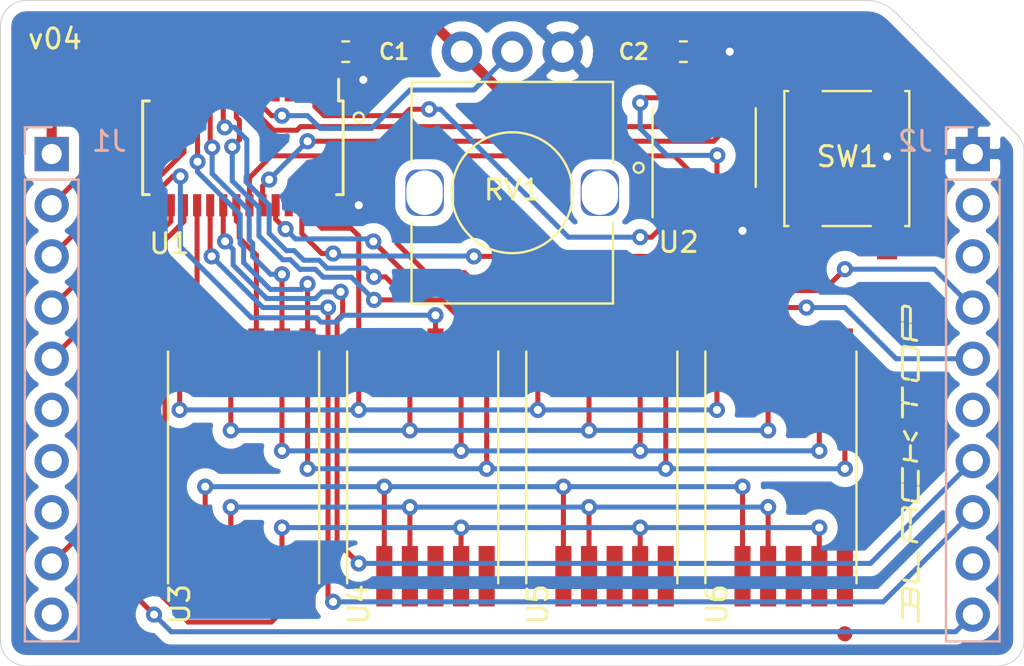
<source format=kicad_pcb>
(kicad_pcb (version 20171130) (host pcbnew 5.1.5-52549c5~86~ubuntu18.04.1)

  (general
    (thickness 1.6)
    (drawings 11)
    (tracks 413)
    (zones 0)
    (modules 16)
    (nets 49)
  )

  (page A4)
  (layers
    (0 F.Cu signal)
    (31 B.Cu signal)
    (32 B.Adhes user)
    (33 F.Adhes user)
    (34 B.Paste user)
    (35 F.Paste user)
    (36 B.SilkS user)
    (37 F.SilkS user)
    (38 B.Mask user)
    (39 F.Mask user)
    (40 Dwgs.User user)
    (41 Cmts.User user)
    (42 Eco1.User user)
    (43 Eco2.User user)
    (44 Edge.Cuts user)
    (45 Margin user)
    (46 B.CrtYd user hide)
    (47 F.CrtYd user hide)
    (48 B.Fab user hide)
    (49 F.Fab user hide)
  )

  (setup
    (last_trace_width 0.25)
    (trace_clearance 0.2)
    (zone_clearance 0.508)
    (zone_45_only no)
    (trace_min 0.2)
    (via_size 0.8)
    (via_drill 0.4)
    (via_min_size 0.4)
    (via_min_drill 0.3)
    (uvia_size 0.3)
    (uvia_drill 0.1)
    (uvias_allowed no)
    (uvia_min_size 0.2)
    (uvia_min_drill 0.1)
    (edge_width 0.05)
    (segment_width 0.2)
    (pcb_text_width 0.3)
    (pcb_text_size 1.5 1.5)
    (mod_edge_width 0.12)
    (mod_text_size 1 1)
    (mod_text_width 0.15)
    (pad_size 0.75 0.75)
    (pad_drill 0)
    (pad_to_mask_clearance 0.051)
    (solder_mask_min_width 0.25)
    (aux_axis_origin 0 0)
    (visible_elements FFFFFF7F)
    (pcbplotparams
      (layerselection 0x010fc_ffffffff)
      (usegerberextensions false)
      (usegerberattributes false)
      (usegerberadvancedattributes false)
      (creategerberjobfile false)
      (excludeedgelayer true)
      (linewidth 0.100000)
      (plotframeref false)
      (viasonmask false)
      (mode 1)
      (useauxorigin false)
      (hpglpennumber 1)
      (hpglpenspeed 20)
      (hpglpendiameter 15.000000)
      (psnegative false)
      (psa4output false)
      (plotreference true)
      (plotvalue true)
      (plotinvisibletext false)
      (padsonsilk false)
      (subtractmaskfromsilk false)
      (outputformat 1)
      (mirror false)
      (drillshape 1)
      (scaleselection 1)
      (outputdirectory ""))
  )

  (net 0 "")
  (net 1 VCC)
  (net 2 GND)
  (net 3 "Net-(J1-PadP2.2)")
  (net 4 /RGB_R)
  (net 5 "Net-(J1-PadP2.0)")
  (net 6 "Net-(J1-PadP1.5)")
  (net 7 "Net-(J1-PadP1.4)")
  (net 8 "Net-(J1-PadP1.3)")
  (net 9 "Net-(J1-PadP1.2)")
  (net 10 "Net-(J1-PadP1.1)")
  (net 11 /~CS)
  (net 12 /RGB_G)
  (net 13 "Net-(J2-PadP2.4)")
  (net 14 /RGB_B)
  (net 15 /P1.6)
  (net 16 "Net-(J2-PadP1.7)")
  (net 17 /~RST)
  (net 18 /TEST)
  (net 19 "Net-(J2-PadP2.7)")
  (net 20 "Net-(J2-PadP2.6)")
  (net 21 /POT)
  (net 22 /BTN)
  (net 23 /SEG_G)
  (net 24 /SIMO)
  (net 25 /SOMI)
  (net 26 /DIG_4)
  (net 27 /SEG_F)
  (net 28 /SEG_E)
  (net 29 /SEG_D)
  (net 30 /DIG_3)
  (net 31 /SEG_C)
  (net 32 /SEG_B)
  (net 33 /SEG_A)
  (net 34 /DIG_1)
  (net 35 /DIG_2)
  (net 36 /SCK)
  (net 37 "Net-(U3-Pad9)")
  (net 38 "Net-(U3-Pad7)")
  (net 39 "Net-(U3-Pad2)")
  (net 40 "Net-(U4-Pad9)")
  (net 41 "Net-(U4-Pad7)")
  (net 42 "Net-(U4-Pad2)")
  (net 43 "Net-(U5-Pad9)")
  (net 44 "Net-(U5-Pad7)")
  (net 45 "Net-(U5-Pad2)")
  (net 46 "Net-(U6-Pad9)")
  (net 47 "Net-(U6-Pad7)")
  (net 48 "Net-(U6-Pad2)")

  (net_class Default "This is the default net class."
    (clearance 0.2)
    (trace_width 0.25)
    (via_dia 0.8)
    (via_drill 0.4)
    (uvia_dia 0.3)
    (uvia_drill 0.1)
    (add_net /BTN)
    (add_net /DIG_1)
    (add_net /DIG_2)
    (add_net /DIG_3)
    (add_net /DIG_4)
    (add_net /P1.6)
    (add_net /POT)
    (add_net /RGB_B)
    (add_net /RGB_G)
    (add_net /RGB_R)
    (add_net /SCK)
    (add_net /SEG_A)
    (add_net /SEG_B)
    (add_net /SEG_C)
    (add_net /SEG_D)
    (add_net /SEG_E)
    (add_net /SEG_F)
    (add_net /SEG_G)
    (add_net /SIMO)
    (add_net /SOMI)
    (add_net /TEST)
    (add_net /~CS)
    (add_net /~RST)
    (add_net GND)
    (add_net "Net-(J1-PadP1.1)")
    (add_net "Net-(J1-PadP1.2)")
    (add_net "Net-(J1-PadP1.3)")
    (add_net "Net-(J1-PadP1.4)")
    (add_net "Net-(J1-PadP1.5)")
    (add_net "Net-(J1-PadP2.0)")
    (add_net "Net-(J1-PadP2.2)")
    (add_net "Net-(J2-PadP1.7)")
    (add_net "Net-(J2-PadP2.4)")
    (add_net "Net-(J2-PadP2.6)")
    (add_net "Net-(J2-PadP2.7)")
    (add_net "Net-(U3-Pad2)")
    (add_net "Net-(U3-Pad7)")
    (add_net "Net-(U3-Pad9)")
    (add_net "Net-(U4-Pad2)")
    (add_net "Net-(U4-Pad7)")
    (add_net "Net-(U4-Pad9)")
    (add_net "Net-(U5-Pad2)")
    (add_net "Net-(U5-Pad7)")
    (add_net "Net-(U5-Pad9)")
    (add_net "Net-(U6-Pad2)")
    (add_net "Net-(U6-Pad7)")
    (add_net "Net-(U6-Pad9)")
    (add_net VCC)
  )

  (module blacktop01:Logo (layer F.Cu) (tedit 5E47802C) (tstamp 5E47EA0B)
    (at 169.2275 95.25 90)
    (fp_text reference REF** (at 0 3 90) (layer F.SilkS) hide
      (effects (font (size 1 1) (thickness 0.15)))
    )
    (fp_text value Logo (at 0 -3 90) (layer F.Fab) hide
      (effects (font (size 1 1) (thickness 0.3)))
    )
    (fp_line (start -3.495102 0.787846) (end -4.138917 0.787846) (layer F.SilkS) (width 0.15))
    (fp_line (start -3.269459 0.393923) (end -2.625644 0.393923) (layer F.SilkS) (width 0.15))
    (fp_line (start 3.930541 0.393923) (end 4.574356 0.393923) (layer F.SilkS) (width 0.15))
    (fp_line (start 3.838888 0.470828) (end 3.79655 0.71094) (layer F.SilkS) (width 0.15))
    (fp_line (start 3.908347 0.076906) (end 3.866009 0.317018) (layer F.SilkS) (width 0.15))
    (fp_line (start -3.403449 0.71094) (end -3.361111 0.470828) (layer F.SilkS) (width 0.15))
    (fp_line (start 9.304897 0.787846) (end 8.661082 0.787846) (layer F.SilkS) (width 0.15))
    (fp_line (start 9.438888 0.470828) (end 9.39655 0.71094) (layer F.SilkS) (width 0.15))
    (fp_line (start 9.508347 0.076906) (end 9.466009 0.317018) (layer F.SilkS) (width 0.15))
    (fp_line (start 8.8 0) (end 9.443815 0) (layer F.SilkS) (width 0.15))
    (fp_line (start 8 0) (end 8.643815 0) (layer F.SilkS) (width 0.15))
    (fp_line (start -2.161112 0.470828) (end -2.20345 0.71094) (layer F.SilkS) (width 0.15))
    (fp_line (start 10.730541 0.393923) (end 11.374356 0.393923) (layer F.SilkS) (width 0.15))
    (fp_line (start 9.930541 0.393923) (end 10.574356 0.393923) (layer F.SilkS) (width 0.15))
    (fp_line (start 11.508347 0.076906) (end 11.466009 0.317018) (layer F.SilkS) (width 0.15))
    (fp_line (start -1.338918 0.787846) (end -0.695103 0.787846) (layer F.SilkS) (width 0.15))
    (fp_line (start 1.374356 0.393923) (end 0.730541 0.393923) (layer F.SilkS) (width 0.15))
    (fp_line (start 10.8 0) (end 11.443815 0) (layer F.SilkS) (width 0.15))
    (fp_line (start 10 0) (end 10.643815 0) (layer F.SilkS) (width 0.15))
    (fp_line (start 9.866009 0.317018) (end 9.908347 0.076906) (layer F.SilkS) (width 0.15))
    (fp_line (start 9.79655 0.71094) (end 9.838888 0.470828) (layer F.SilkS) (width 0.15))
    (fp_line (start 8.504897 0.787846) (end 7.861082 0.787846) (layer F.SilkS) (width 0.15))
    (fp_line (start 2.661082 0.787846) (end 3.304897 0.787846) (layer F.SilkS) (width 0.15))
    (fp_line (start 1.861082 0.787846) (end 2.504897 0.787846) (layer F.SilkS) (width 0.15))
    (fp_line (start 1.838888 0.470828) (end 1.79655 0.71094) (layer F.SilkS) (width 0.15))
    (fp_line (start 6.8 0) (end 7.443815 0) (layer F.SilkS) (width 0.15))
    (fp_line (start 6 0) (end 6.643815 0) (layer F.SilkS) (width 0.15))
    (fp_line (start 4.843178 0.486525) (end 5.19226 0.695243) (layer F.SilkS) (width 0.15))
    (fp_line (start 4.891317 0.29786) (end 5.28304 0.096064) (layer F.SilkS) (width 0.15))
    (fp_line (start -2.091653 0.076906) (end -2.133991 0.317018) (layer F.SilkS) (width 0.15))
    (fp_line (start 0.8 0) (end 1.443815 0) (layer F.SilkS) (width 0.15))
    (fp_line (start 1.438888 0.470828) (end 1.39655 0.71094) (layer F.SilkS) (width 0.15))
    (fp_line (start 0.574356 0.393923) (end -0.069459 0.393923) (layer F.SilkS) (width 0.15))
    (fp_line (start -0.133991 0.317018) (end -0.091653 0.076906) (layer F.SilkS) (width 0.15))
    (fp_line (start -2.138918 0.787846) (end -1.495103 0.787846) (layer F.SilkS) (width 0.15))
    (fp_line (start 1.508347 0.076906) (end 1.466009 0.317018) (layer F.SilkS) (width 0.15))
    (fp_line (start -3.333991 0.317018) (end -3.291653 0.076906) (layer F.SilkS) (width 0.15))
    (fp_line (start 3.443815 0) (end 2.8 0) (layer F.SilkS) (width 0.15))
    (fp_line (start 1.908347 0.076906) (end 1.866009 0.317018) (layer F.SilkS) (width 0.15))
    (fp_line (start 2.643815 0) (end 2 0) (layer F.SilkS) (width 0.15))
    (fp_line (start 7.866009 0.317018) (end 7.908347 0.076906) (layer F.SilkS) (width 0.15))
    (fp_line (start 7.79655 0.71094) (end 7.838888 0.470828) (layer F.SilkS) (width 0.15))
    (fp_line (start 6.638888 0.470828) (end 6.59655 0.71094) (layer F.SilkS) (width 0.15))
    (fp_line (start 6.708347 0.076906) (end 6.666009 0.317018) (layer F.SilkS) (width 0.15))
    (fp_line (start -0.20345 0.71094) (end -0.161112 0.470828) (layer F.SilkS) (width 0.15))
    (fp_line (start -3.999999 0) (end -3.356184 0) (layer F.SilkS) (width 0.15))
    (fp_line (start -3.2 0) (end -2.556185 0) (layer F.SilkS) (width 0.15))
    (fp_line (start -2.491653 0.076906) (end -2.533991 0.317018) (layer F.SilkS) (width 0.15))
    (fp_line (start -2.561112 0.470828) (end -2.60345 0.71094) (layer F.SilkS) (width 0.15))
    (fp_line (start -2.695103 0.787846) (end -3.338918 0.787846) (layer F.SilkS) (width 0.15))
    (fp_line (start 0 0) (end 0.643815 0) (layer F.SilkS) (width 0.15))
  )

  (module Fiducial:Fiducial_0.75mm_Mask1.5mm (layer F.Cu) (tedit 5C18CB26) (tstamp 5E47EAE2)
    (at 166.37 70.1675)
    (descr "Circular Fiducial, 0.75mm bare copper, 1.5mm soldermask opening (Level B)")
    (tags fiducial)
    (path /5E519B76)
    (attr smd)
    (fp_text reference FID3 (at -2.8575 0) (layer F.SilkS) hide
      (effects (font (size 1 1) (thickness 0.15)))
    )
    (fp_text value Fiducial (at 0 2) (layer F.Fab)
      (effects (font (size 1 1) (thickness 0.15)))
    )
    (fp_circle (center 0 0) (end 1 0) (layer F.CrtYd) (width 0.05))
    (fp_text user %R (at 0 0) (layer F.Fab)
      (effects (font (size 0.3 0.3) (thickness 0.05)))
    )
    (fp_circle (center 0 0) (end 0.75 0) (layer F.Fab) (width 0.1))
    (pad "" smd circle (at 0 0) (size 0.75 0.75) (layers F.Cu F.Mask)
      (solder_mask_margin 0.375) (clearance 0.375))
  )

  (module Fiducial:Fiducial_0.75mm_Mask1.5mm (layer F.Cu) (tedit 5C18CB26) (tstamp 5E47E70D)
    (at 166.37 100.0125)
    (descr "Circular Fiducial, 0.75mm bare copper, 1.5mm soldermask opening (Level B)")
    (tags fiducial)
    (path /5E5198D0)
    (attr smd)
    (fp_text reference FID2 (at -2.8575 0.3175) (layer F.SilkS) hide
      (effects (font (size 1 1) (thickness 0.15)))
    )
    (fp_text value Fiducial (at 0 2) (layer F.Fab)
      (effects (font (size 1 1) (thickness 0.15)))
    )
    (fp_circle (center 0 0) (end 1 0) (layer F.CrtYd) (width 0.05))
    (fp_text user %R (at 0 0) (layer F.Fab)
      (effects (font (size 0.3 0.3) (thickness 0.05)))
    )
    (fp_circle (center 0 0) (end 0.75 0) (layer F.Fab) (width 0.1))
    (pad "" smd circle (at 0 0) (size 0.75 0.75) (layers F.Cu F.Mask)
      (solder_mask_margin 0.375) (clearance 0.375))
  )

  (module Fiducial:Fiducial_0.75mm_Mask1.5mm (layer F.Cu) (tedit 5E476C03) (tstamp 5E47EC67)
    (at 129.8575 100.0125)
    (descr "Circular Fiducial, 0.75mm bare copper, 1.5mm soldermask opening (Level B)")
    (tags fiducial)
    (path /5E5190CE)
    (attr smd)
    (fp_text reference FID1 (at -0.3175 -2.8575 90) (layer F.SilkS) hide
      (effects (font (size 1 1) (thickness 0.15)))
    )
    (fp_text value Fiducial (at 0 2) (layer F.Fab)
      (effects (font (size 1 1) (thickness 0.15)))
    )
    (fp_circle (center 0 0) (end 1 0) (layer F.CrtYd) (width 0.05))
    (fp_text user %R (at 0 0) (layer F.Fab)
      (effects (font (size 0.3 0.3) (thickness 0.05)))
    )
    (fp_circle (center 0 0) (end 0.75 0) (layer F.Fab) (width 0.1))
    (pad "" smd circle (at 0 0) (size 0.75 0.75) (layers F.Cu F.Mask)
      (solder_mask_margin 0.375) (clearance 0.375))
  )

  (module Package_SO:SOIC-8_3.9x4.9mm_P1.27mm (layer F.Cu) (tedit 5E44CE33) (tstamp 5E4739AB)
    (at 159.385 75.8825 90)
    (descr "SOIC, 8 Pin (JEDEC MS-012AA, https://www.analog.com/media/en/package-pcb-resources/package/pkg_pdf/soic_narrow-r/r_8.pdf), generated with kicad-footprint-generator ipc_gullwing_generator.py")
    (tags "SOIC SO")
    (path /5E299ADB)
    (attr smd)
    (fp_text reference U2 (at -4.6975 -1.27 180) (layer F.SilkS)
      (effects (font (size 1 1) (thickness 0.15)))
    )
    (fp_text value AT25640B-SSHL-T (at 0 3.4 90) (layer F.Fab)
      (effects (font (size 1 1) (thickness 0.15)))
    )
    (fp_text user %R (at 0 0 90) (layer F.Fab)
      (effects (font (size 0.98 0.98) (thickness 0.15)))
    )
    (fp_line (start 3.7 -2.7) (end -3.7 -2.7) (layer F.CrtYd) (width 0.05))
    (fp_line (start 3.7 2.7) (end 3.7 -2.7) (layer F.CrtYd) (width 0.05))
    (fp_line (start -3.7 2.7) (end 3.7 2.7) (layer F.CrtYd) (width 0.05))
    (fp_line (start -3.7 -2.7) (end -3.7 2.7) (layer F.CrtYd) (width 0.05))
    (fp_line (start -1.95 -1.475) (end -0.975 -2.45) (layer F.Fab) (width 0.1))
    (fp_line (start -1.95 2.45) (end -1.95 -1.475) (layer F.Fab) (width 0.1))
    (fp_line (start 1.95 2.45) (end -1.95 2.45) (layer F.Fab) (width 0.1))
    (fp_line (start 1.95 -2.45) (end 1.95 2.45) (layer F.Fab) (width 0.1))
    (fp_line (start -0.975 -2.45) (end 1.95 -2.45) (layer F.Fab) (width 0.1))
    (fp_line (start 0 -2.56) (end -3.45 -2.56) (layer F.SilkS) (width 0.12))
    (fp_line (start 0 -2.56) (end 1.95 -2.56) (layer F.SilkS) (width 0.12))
    (fp_line (start 0 2.56) (end -1.95 2.56) (layer F.SilkS) (width 0.12))
    (fp_line (start 0 2.56) (end 1.95 2.56) (layer F.SilkS) (width 0.12))
    (fp_circle (center -1 -3.25) (end -1 -3) (layer F.SilkS) (width 0.12))
    (pad 8 smd roundrect (at 2.475 -1.905 90) (size 1.95 0.6) (layers F.Cu F.Paste F.Mask) (roundrect_rratio 0.25)
      (net 1 VCC))
    (pad 7 smd roundrect (at 2.475 -0.635 90) (size 1.95 0.6) (layers F.Cu F.Paste F.Mask) (roundrect_rratio 0.25)
      (net 1 VCC))
    (pad 6 smd roundrect (at 2.475 0.635 90) (size 1.95 0.6) (layers F.Cu F.Paste F.Mask) (roundrect_rratio 0.25)
      (net 36 /SCK))
    (pad 5 smd roundrect (at 2.475 1.905 90) (size 1.95 0.6) (layers F.Cu F.Paste F.Mask) (roundrect_rratio 0.25)
      (net 24 /SIMO))
    (pad 4 smd roundrect (at -2.475 1.905 90) (size 1.95 0.6) (layers F.Cu F.Paste F.Mask) (roundrect_rratio 0.25)
      (net 2 GND))
    (pad 3 smd roundrect (at -2.475 0.635 90) (size 1.95 0.6) (layers F.Cu F.Paste F.Mask) (roundrect_rratio 0.25)
      (net 1 VCC))
    (pad 2 smd roundrect (at -2.475 -0.635 90) (size 1.95 0.6) (layers F.Cu F.Paste F.Mask) (roundrect_rratio 0.25)
      (net 25 /SOMI))
    (pad 1 smd roundrect (at -2.475 -1.905 90) (size 1.95 0.6) (layers F.Cu F.Paste F.Mask) (roundrect_rratio 0.25)
      (net 11 /~CS))
    (model ${KISYS3DMOD}/Package_SO.3dshapes/SOIC-8_3.9x4.9mm_P1.27mm.wrl
      (at (xyz 0 0 0))
      (scale (xyz 1 1 1))
      (rotate (xyz 0 0 0))
    )
  )

  (module Package_SO:TSSOP-28_4.4x9.7mm_P0.65mm (layer F.Cu) (tedit 5E44CE1F) (tstamp 5E4538DC)
    (at 136.491 75.89 270)
    (descr "TSSOP28: plastic thin shrink small outline package; 28 leads; body width 4.4 mm; (see NXP SSOP-TSSOP-VSO-REFLOW.pdf and sot361-1_po.pdf)")
    (tags "SSOP 0.65")
    (path /5E29C7D0)
    (attr smd)
    (fp_text reference U1 (at 4.755 3.649 180) (layer F.SilkS)
      (effects (font (size 1 1) (thickness 0.15)))
    )
    (fp_text value MSP430G2553IPW28 (at 0 5.9 90) (layer F.Fab)
      (effects (font (size 1 1) (thickness 0.15)))
    )
    (fp_circle (center -1.5 -5.75) (end -1.5 -5.5) (layer F.SilkS) (width 0.12))
    (fp_line (start -1.2 -4.85) (end 2.2 -4.85) (layer F.Fab) (width 0.15))
    (fp_line (start 2.2 -4.85) (end 2.2 4.85) (layer F.Fab) (width 0.15))
    (fp_line (start 2.2 4.85) (end -2.2 4.85) (layer F.Fab) (width 0.15))
    (fp_line (start -2.2 4.85) (end -2.2 -3.85) (layer F.Fab) (width 0.15))
    (fp_line (start -2.2 -3.85) (end -1.2 -4.85) (layer F.Fab) (width 0.15))
    (fp_line (start -3.65 -5.15) (end -3.65 5.15) (layer F.CrtYd) (width 0.05))
    (fp_line (start 3.65 -5.15) (end 3.65 5.15) (layer F.CrtYd) (width 0.05))
    (fp_line (start -3.65 -5.15) (end 3.65 -5.15) (layer F.CrtYd) (width 0.05))
    (fp_line (start -3.65 5.15) (end 3.65 5.15) (layer F.CrtYd) (width 0.05))
    (fp_line (start -2.325 -4.975) (end -2.325 -4.75) (layer F.SilkS) (width 0.15))
    (fp_line (start 2.325 -4.975) (end 2.325 -4.65) (layer F.SilkS) (width 0.15))
    (fp_line (start 2.325 4.975) (end 2.325 4.65) (layer F.SilkS) (width 0.15))
    (fp_line (start -2.325 4.975) (end -2.325 4.65) (layer F.SilkS) (width 0.15))
    (fp_line (start -2.325 -4.975) (end 2.325 -4.975) (layer F.SilkS) (width 0.15))
    (fp_line (start -2.325 4.975) (end 2.325 4.975) (layer F.SilkS) (width 0.15))
    (fp_line (start -2.325 -4.75) (end -3.4 -4.75) (layer F.SilkS) (width 0.15))
    (fp_text user %R (at 0 0 90) (layer F.Fab)
      (effects (font (size 0.8 0.8) (thickness 0.15)))
    )
    (pad 1 smd rect (at -2.85 -4.225 270) (size 1.1 0.4) (layers F.Cu F.Paste F.Mask)
      (net 1 VCC))
    (pad 2 smd rect (at -2.85 -3.575 270) (size 1.1 0.4) (layers F.Cu F.Paste F.Mask)
      (net 11 /~CS))
    (pad 3 smd rect (at -2.85 -2.925 270) (size 1.1 0.4) (layers F.Cu F.Paste F.Mask)
      (net 10 "Net-(J1-PadP1.1)"))
    (pad 4 smd rect (at -2.85 -2.275 270) (size 1.1 0.4) (layers F.Cu F.Paste F.Mask)
      (net 9 "Net-(J1-PadP1.2)"))
    (pad 5 smd rect (at -2.85 -1.625 270) (size 1.1 0.4) (layers F.Cu F.Paste F.Mask)
      (net 8 "Net-(J1-PadP1.3)"))
    (pad 6 smd rect (at -2.85 -0.975 270) (size 1.1 0.4) (layers F.Cu F.Paste F.Mask)
      (net 21 /POT))
    (pad 7 smd rect (at -2.85 -0.325 270) (size 1.1 0.4) (layers F.Cu F.Paste F.Mask)
      (net 36 /SCK))
    (pad 8 smd rect (at -2.85 0.325 270) (size 1.1 0.4) (layers F.Cu F.Paste F.Mask)
      (net 35 /DIG_2))
    (pad 9 smd rect (at -2.85 0.975 270) (size 1.1 0.4) (layers F.Cu F.Paste F.Mask)
      (net 34 /DIG_1))
    (pad 10 smd rect (at -2.85 1.625 270) (size 1.1 0.4) (layers F.Cu F.Paste F.Mask)
      (net 33 /SEG_A))
    (pad 11 smd rect (at -2.85 2.275 270) (size 1.1 0.4) (layers F.Cu F.Paste F.Mask)
      (net 32 /SEG_B))
    (pad 12 smd rect (at -2.85 2.925 270) (size 1.1 0.4) (layers F.Cu F.Paste F.Mask)
      (net 31 /SEG_C))
    (pad 13 smd rect (at -2.85 3.575 270) (size 1.1 0.4) (layers F.Cu F.Paste F.Mask)
      (net 12 /RGB_G))
    (pad 14 smd rect (at -2.85 4.225 270) (size 1.1 0.4) (layers F.Cu F.Paste F.Mask)
      (net 4 /RGB_R))
    (pad 15 smd rect (at 2.85 4.225 270) (size 1.1 0.4) (layers F.Cu F.Paste F.Mask)
      (net 30 /DIG_3))
    (pad 16 smd rect (at 2.85 3.575 270) (size 1.1 0.4) (layers F.Cu F.Paste F.Mask)
      (net 29 /SEG_D))
    (pad 17 smd rect (at 2.85 2.925 270) (size 1.1 0.4) (layers F.Cu F.Paste F.Mask)
      (net 28 /SEG_E))
    (pad 18 smd rect (at 2.85 2.275 270) (size 1.1 0.4) (layers F.Cu F.Paste F.Mask)
      (net 27 /SEG_F))
    (pad 19 smd rect (at 2.85 1.625 270) (size 1.1 0.4) (layers F.Cu F.Paste F.Mask)
      (net 14 /RGB_B))
    (pad 20 smd rect (at 2.85 0.975 270) (size 1.1 0.4) (layers F.Cu F.Paste F.Mask)
      (net 15 /P1.6))
    (pad 21 smd rect (at 2.85 0.325 270) (size 1.1 0.4) (layers F.Cu F.Paste F.Mask)
      (net 26 /DIG_4))
    (pad 22 smd rect (at 2.85 -0.325 270) (size 1.1 0.4) (layers F.Cu F.Paste F.Mask)
      (net 25 /SOMI))
    (pad 23 smd rect (at 2.85 -0.975 270) (size 1.1 0.4) (layers F.Cu F.Paste F.Mask)
      (net 24 /SIMO))
    (pad 24 smd rect (at 2.85 -1.625 270) (size 1.1 0.4) (layers F.Cu F.Paste F.Mask)
      (net 17 /~RST))
    (pad 25 smd rect (at 2.85 -2.275 270) (size 1.1 0.4) (layers F.Cu F.Paste F.Mask)
      (net 18 /TEST))
    (pad 26 smd rect (at 2.85 -2.925 270) (size 1.1 0.4) (layers F.Cu F.Paste F.Mask)
      (net 22 /BTN))
    (pad 27 smd rect (at 2.85 -3.575 270) (size 1.1 0.4) (layers F.Cu F.Paste F.Mask)
      (net 23 /SEG_G))
    (pad 28 smd rect (at 2.85 -4.225 270) (size 1.1 0.4) (layers F.Cu F.Paste F.Mask)
      (net 2 GND))
    (model ${KISYS3DMOD}/Package_SO.3dshapes/TSSOP-28_4.4x9.7mm_P0.65mm.wrl
      (at (xyz 0 0 0))
      (scale (xyz 1 1 1))
      (rotate (xyz 0 0 0))
    )
  )

  (module Button_Switch_SMD:SW_SPST_EVQQ2 (layer F.Cu) (tedit 5872491A) (tstamp 5E44C8B7)
    (at 166.465 76.425 270)
    (descr "Light Touch Switch, https://industrial.panasonic.com/cdbs/www-data/pdf/ATK0000/ATK0000CE28.pdf")
    (path /5E68F934)
    (attr smd)
    (fp_text reference SW1 (at -0.098 -0.032 180) (layer F.SilkS)
      (effects (font (size 1 1) (thickness 0.15)))
    )
    (fp_text value EVQ-Q2Y03W (at 0 4.25 90) (layer F.Fab)
      (effects (font (size 1 1) (thickness 0.15)))
    )
    (fp_circle (center 0 0) (end 1.5 0) (layer F.Fab) (width 0.1))
    (fp_circle (center 0 0) (end 1.9 0) (layer F.Fab) (width 0.1))
    (fp_line (start -3.35 3.1) (end 3.35 3.1) (layer F.SilkS) (width 0.12))
    (fp_line (start 3.35 -3.1) (end -3.35 -3.1) (layer F.SilkS) (width 0.12))
    (fp_line (start 3.35 -1.2) (end 3.35 1.2) (layer F.SilkS) (width 0.12))
    (fp_line (start -3.35 -1.2) (end -3.35 1.2) (layer F.SilkS) (width 0.12))
    (fp_line (start -3.35 -3.1) (end -3.35 -2.9) (layer F.SilkS) (width 0.12))
    (fp_line (start -3.35 3.1) (end -3.35 2.9) (layer F.SilkS) (width 0.12))
    (fp_line (start 3.35 3.1) (end 3.35 2.9) (layer F.SilkS) (width 0.12))
    (fp_line (start 3.35 -3.1) (end 3.35 -2.9) (layer F.SilkS) (width 0.12))
    (fp_line (start -5.25 3.25) (end -5.25 -3.25) (layer F.CrtYd) (width 0.05))
    (fp_line (start 5.25 3.25) (end -5.25 3.25) (layer F.CrtYd) (width 0.05))
    (fp_line (start 5.25 -3.25) (end 5.25 3.25) (layer F.CrtYd) (width 0.05))
    (fp_line (start -5.25 -3.25) (end 5.25 -3.25) (layer F.CrtYd) (width 0.05))
    (fp_text user %R (at 0.05 -3.95 90) (layer F.Fab)
      (effects (font (size 1 1) (thickness 0.15)))
    )
    (fp_line (start -3.25 3) (end -3.25 -3) (layer F.Fab) (width 0.1))
    (fp_line (start 3.25 3) (end -3.25 3) (layer F.Fab) (width 0.1))
    (fp_line (start 3.25 -3) (end 3.25 3) (layer F.Fab) (width 0.1))
    (fp_line (start -3.25 -3) (end 3.25 -3) (layer F.Fab) (width 0.1))
    (pad 2 smd rect (at 3.4 2 270) (size 3.2 1) (layers F.Cu F.Paste F.Mask)
      (net 22 /BTN))
    (pad 2 smd rect (at -3.4 2 270) (size 3.2 1) (layers F.Cu F.Paste F.Mask)
      (net 22 /BTN))
    (pad 1 smd rect (at -3.4 -2 270) (size 3.2 1) (layers F.Cu F.Paste F.Mask)
      (net 2 GND))
    (pad 1 smd rect (at 3.4 -2 270) (size 3.2 1) (layers F.Cu F.Paste F.Mask)
      (net 2 GND))
    (model ${KISYS3DMOD}/Button_Switch_SMD.3dshapes/SW_SPST_EVQQ2.wrl
      (at (xyz 0 0 0))
      (scale (xyz 1 1 1))
      (rotate (xyz 0 0 0))
    )
  )

  (module blacktop01:HDSM-283L (layer F.Cu) (tedit 5E338DD2) (tstamp 5E32A38D)
    (at 163.195 91.755)
    (path /5E298E35)
    (fp_text reference U6 (at -3.175 6.797 90) (layer F.SilkS)
      (effects (font (size 1 1) (thickness 0.15)))
    )
    (fp_text value HDSM-283L (at -4.75 0 90) (layer F.Fab)
      (effects (font (size 1 1) (thickness 0.15)))
    )
    (fp_line (start -4 6) (end -4 -6) (layer F.CrtYd) (width 0.12))
    (fp_line (start 4 6) (end -4 6) (layer F.CrtYd) (width 0.12))
    (fp_line (start 4 -6) (end 4 6) (layer F.CrtYd) (width 0.12))
    (fp_line (start -4 -6) (end 4 -6) (layer F.CrtYd) (width 0.12))
    (fp_line (start -3.75 5.75) (end -3.75 -5.75) (layer F.SilkS) (width 0.12))
    (fp_line (start 3.75 -5.75) (end 3.75 5.75) (layer F.SilkS) (width 0.12))
    (pad 11 smd rect (at -1.905 5.4) (size 0.8 3) (layers F.Cu F.Paste F.Mask)
      (net 28 /SEG_E))
    (pad 10 smd rect (at -0.635 5.4) (size 0.8 3) (layers F.Cu F.Paste F.Mask)
      (net 29 /SEG_D))
    (pad 9 smd rect (at 0.635 5.4) (size 0.8 3) (layers F.Cu F.Paste F.Mask)
      (net 46 "Net-(U6-Pad9)"))
    (pad 8 smd rect (at 1.905 5.4) (size 0.8 3) (layers F.Cu F.Paste F.Mask)
      (net 31 /SEG_C))
    (pad 7 smd rect (at 3.175 5.4) (size 0.8 3) (layers F.Cu F.Paste F.Mask)
      (net 47 "Net-(U6-Pad7)"))
    (pad 6 smd rect (at 3.175 -5.4) (size 0.8 3) (layers F.Cu F.Paste F.Mask)
      (net 32 /SEG_B))
    (pad 5 smd rect (at 1.905 -5.4) (size 0.8 3) (layers F.Cu F.Paste F.Mask)
      (net 33 /SEG_A))
    (pad 4 smd rect (at 0.635 -5.4) (size 0.8 3) (layers F.Cu F.Paste F.Mask)
      (net 34 /DIG_1))
    (pad 3 smd rect (at -0.635 -5.4) (size 0.8 3) (layers F.Cu F.Paste F.Mask)
      (net 27 /SEG_F))
    (pad 2 smd rect (at -1.905 -5.4) (size 0.8 3) (layers F.Cu F.Paste F.Mask)
      (net 48 "Net-(U6-Pad2)"))
    (pad 1 smd rect (at -3.175 -5.4) (size 0.8 3) (layers F.Cu F.Paste F.Mask)
      (net 23 /SEG_G))
  )

  (module blacktop01:HDSM-283L (layer F.Cu) (tedit 5E338DD2) (tstamp 5E32A37A)
    (at 154.305 91.755)
    (path /5E298888)
    (fp_text reference U5 (at -3.175 6.797 90) (layer F.SilkS)
      (effects (font (size 1 1) (thickness 0.15)))
    )
    (fp_text value HDSM-283L (at -4.75 0 90) (layer F.Fab)
      (effects (font (size 1 1) (thickness 0.15)))
    )
    (fp_line (start -4 6) (end -4 -6) (layer F.CrtYd) (width 0.12))
    (fp_line (start 4 6) (end -4 6) (layer F.CrtYd) (width 0.12))
    (fp_line (start 4 -6) (end 4 6) (layer F.CrtYd) (width 0.12))
    (fp_line (start -4 -6) (end 4 -6) (layer F.CrtYd) (width 0.12))
    (fp_line (start -3.75 5.75) (end -3.75 -5.75) (layer F.SilkS) (width 0.12))
    (fp_line (start 3.75 -5.75) (end 3.75 5.75) (layer F.SilkS) (width 0.12))
    (pad 11 smd rect (at -1.905 5.4) (size 0.8 3) (layers F.Cu F.Paste F.Mask)
      (net 28 /SEG_E))
    (pad 10 smd rect (at -0.635 5.4) (size 0.8 3) (layers F.Cu F.Paste F.Mask)
      (net 29 /SEG_D))
    (pad 9 smd rect (at 0.635 5.4) (size 0.8 3) (layers F.Cu F.Paste F.Mask)
      (net 43 "Net-(U5-Pad9)"))
    (pad 8 smd rect (at 1.905 5.4) (size 0.8 3) (layers F.Cu F.Paste F.Mask)
      (net 31 /SEG_C))
    (pad 7 smd rect (at 3.175 5.4) (size 0.8 3) (layers F.Cu F.Paste F.Mask)
      (net 44 "Net-(U5-Pad7)"))
    (pad 6 smd rect (at 3.175 -5.4) (size 0.8 3) (layers F.Cu F.Paste F.Mask)
      (net 32 /SEG_B))
    (pad 5 smd rect (at 1.905 -5.4) (size 0.8 3) (layers F.Cu F.Paste F.Mask)
      (net 33 /SEG_A))
    (pad 4 smd rect (at 0.635 -5.4) (size 0.8 3) (layers F.Cu F.Paste F.Mask)
      (net 35 /DIG_2))
    (pad 3 smd rect (at -0.635 -5.4) (size 0.8 3) (layers F.Cu F.Paste F.Mask)
      (net 27 /SEG_F))
    (pad 2 smd rect (at -1.905 -5.4) (size 0.8 3) (layers F.Cu F.Paste F.Mask)
      (net 45 "Net-(U5-Pad2)"))
    (pad 1 smd rect (at -3.175 -5.4) (size 0.8 3) (layers F.Cu F.Paste F.Mask)
      (net 23 /SEG_G))
  )

  (module blacktop01:HDSM-283L (layer F.Cu) (tedit 5E338DD2) (tstamp 5E32A367)
    (at 145.415 91.755)
    (path /5E29805A)
    (fp_text reference U4 (at -3.175 6.797 90) (layer F.SilkS)
      (effects (font (size 1 1) (thickness 0.15)))
    )
    (fp_text value HDSM-283L (at -4.75 0 90) (layer F.Fab)
      (effects (font (size 1 1) (thickness 0.15)))
    )
    (fp_line (start -4 6) (end -4 -6) (layer F.CrtYd) (width 0.12))
    (fp_line (start 4 6) (end -4 6) (layer F.CrtYd) (width 0.12))
    (fp_line (start 4 -6) (end 4 6) (layer F.CrtYd) (width 0.12))
    (fp_line (start -4 -6) (end 4 -6) (layer F.CrtYd) (width 0.12))
    (fp_line (start -3.75 5.75) (end -3.75 -5.75) (layer F.SilkS) (width 0.12))
    (fp_line (start 3.75 -5.75) (end 3.75 5.75) (layer F.SilkS) (width 0.12))
    (pad 11 smd rect (at -1.905 5.4) (size 0.8 3) (layers F.Cu F.Paste F.Mask)
      (net 28 /SEG_E))
    (pad 10 smd rect (at -0.635 5.4) (size 0.8 3) (layers F.Cu F.Paste F.Mask)
      (net 29 /SEG_D))
    (pad 9 smd rect (at 0.635 5.4) (size 0.8 3) (layers F.Cu F.Paste F.Mask)
      (net 40 "Net-(U4-Pad9)"))
    (pad 8 smd rect (at 1.905 5.4) (size 0.8 3) (layers F.Cu F.Paste F.Mask)
      (net 31 /SEG_C))
    (pad 7 smd rect (at 3.175 5.4) (size 0.8 3) (layers F.Cu F.Paste F.Mask)
      (net 41 "Net-(U4-Pad7)"))
    (pad 6 smd rect (at 3.175 -5.4) (size 0.8 3) (layers F.Cu F.Paste F.Mask)
      (net 32 /SEG_B))
    (pad 5 smd rect (at 1.905 -5.4) (size 0.8 3) (layers F.Cu F.Paste F.Mask)
      (net 33 /SEG_A))
    (pad 4 smd rect (at 0.635 -5.4) (size 0.8 3) (layers F.Cu F.Paste F.Mask)
      (net 30 /DIG_3))
    (pad 3 smd rect (at -0.635 -5.4) (size 0.8 3) (layers F.Cu F.Paste F.Mask)
      (net 27 /SEG_F))
    (pad 2 smd rect (at -1.905 -5.4) (size 0.8 3) (layers F.Cu F.Paste F.Mask)
      (net 42 "Net-(U4-Pad2)"))
    (pad 1 smd rect (at -3.175 -5.4) (size 0.8 3) (layers F.Cu F.Paste F.Mask)
      (net 23 /SEG_G))
  )

  (module blacktop01:HDSM-283L (layer F.Cu) (tedit 5E338DD2) (tstamp 5E32A354)
    (at 136.525 91.755)
    (path /5E296E0D)
    (fp_text reference U3 (at -3.175 6.797 270) (layer F.SilkS)
      (effects (font (size 1 1) (thickness 0.15)))
    )
    (fp_text value HDSM-283L (at -4.75 0 90) (layer F.Fab)
      (effects (font (size 1 1) (thickness 0.15)))
    )
    (fp_line (start -4 6) (end -4 -6) (layer F.CrtYd) (width 0.12))
    (fp_line (start 4 6) (end -4 6) (layer F.CrtYd) (width 0.12))
    (fp_line (start 4 -6) (end 4 6) (layer F.CrtYd) (width 0.12))
    (fp_line (start -4 -6) (end 4 -6) (layer F.CrtYd) (width 0.12))
    (fp_line (start -3.75 5.75) (end -3.75 -5.75) (layer F.SilkS) (width 0.12))
    (fp_line (start 3.75 -5.75) (end 3.75 5.75) (layer F.SilkS) (width 0.12))
    (pad 11 smd rect (at -1.905 5.4) (size 0.8 3) (layers F.Cu F.Paste F.Mask)
      (net 28 /SEG_E))
    (pad 10 smd rect (at -0.635 5.4) (size 0.8 3) (layers F.Cu F.Paste F.Mask)
      (net 29 /SEG_D))
    (pad 9 smd rect (at 0.635 5.4) (size 0.8 3) (layers F.Cu F.Paste F.Mask)
      (net 37 "Net-(U3-Pad9)"))
    (pad 8 smd rect (at 1.905 5.4) (size 0.8 3) (layers F.Cu F.Paste F.Mask)
      (net 31 /SEG_C))
    (pad 7 smd rect (at 3.175 5.4) (size 0.8 3) (layers F.Cu F.Paste F.Mask)
      (net 38 "Net-(U3-Pad7)"))
    (pad 6 smd rect (at 3.175 -5.4) (size 0.8 3) (layers F.Cu F.Paste F.Mask)
      (net 32 /SEG_B))
    (pad 5 smd rect (at 1.905 -5.4) (size 0.8 3) (layers F.Cu F.Paste F.Mask)
      (net 33 /SEG_A))
    (pad 4 smd rect (at 0.635 -5.4) (size 0.8 3) (layers F.Cu F.Paste F.Mask)
      (net 26 /DIG_4))
    (pad 3 smd rect (at -0.635 -5.4) (size 0.8 3) (layers F.Cu F.Paste F.Mask)
      (net 27 /SEG_F))
    (pad 2 smd rect (at -1.905 -5.4) (size 0.8 3) (layers F.Cu F.Paste F.Mask)
      (net 39 "Net-(U3-Pad2)"))
    (pad 1 smd rect (at -3.175 -5.4) (size 0.8 3) (layers F.Cu F.Paste F.Mask)
      (net 23 /SEG_G))
  )

  (module blacktop01:PTV09A-4020U-B103 (layer F.Cu) (tedit 5E291D9F) (tstamp 5E32A2DB)
    (at 149.86 78.12 180)
    (path /5E325DF6)
    (fp_text reference RV1 (at 0 0.142) (layer F.SilkS)
      (effects (font (size 1 1) (thickness 0.15)))
    )
    (fp_text value 10k (at 0 10) (layer F.Fab)
      (effects (font (size 1 1) (thickness 0.15)))
    )
    (fp_line (start -5.5 8.5) (end -5.5 -6) (layer F.CrtYd) (width 0.12))
    (fp_line (start 5.5 8.5) (end -5.5 8.5) (layer F.CrtYd) (width 0.12))
    (fp_line (start 5.5 -6) (end 5.5 8.5) (layer F.CrtYd) (width 0.12))
    (fp_line (start -5.5 -6) (end 5.5 -6) (layer F.CrtYd) (width 0.12))
    (fp_circle (center 0 0) (end 3 0) (layer F.SilkS) (width 0.12))
    (fp_line (start -5 -1.5) (end -5 -5.5) (layer F.SilkS) (width 0.12))
    (fp_line (start -5 5.5) (end -5 1.5) (layer F.SilkS) (width 0.12))
    (fp_line (start 5 5.5) (end -5 5.5) (layer F.SilkS) (width 0.12))
    (fp_line (start 5 1.5) (end 5 5.5) (layer F.SilkS) (width 0.12))
    (fp_line (start 5 -5.5) (end 5 -1.5) (layer F.SilkS) (width 0.12))
    (fp_line (start -5 -5.5) (end 5 -5.5) (layer F.SilkS) (width 0.12))
    (pad 3 thru_hole circle (at 2.5 7 270) (size 2 2) (drill 1.1) (layers *.Cu *.Mask)
      (net 1 VCC))
    (pad 2 thru_hole circle (at 0 7 180) (size 2 2) (drill 1.1) (layers *.Cu *.Mask)
      (net 21 /POT))
    (pad 1 thru_hole circle (at -2.5 7 180) (size 2 2) (drill 1.1) (layers *.Cu *.Mask)
      (net 2 GND))
    (pad "" np_thru_hole roundrect (at 4.35 0 180) (size 1.9 2.3) (drill oval 1.8 2.2) (layers *.Cu *.Mask) (roundrect_rratio 0.289))
    (pad "" np_thru_hole roundrect (at -4.35 0 180) (size 1.9 2.3) (drill oval 1.8 2.2) (layers *.Cu *.Mask) (roundrect_rratio 0.289))
  )

  (module blacktop01:PinSocket_1x10_P2.54mm_Vertical_Right (layer B.Cu) (tedit 5E292194) (tstamp 5E452FEC)
    (at 172.72 76.2 180)
    (descr "Through hole straight socket strip, 1x10, 2.54mm pitch, single row (from Kicad 4.0.7), script generated")
    (tags "Through hole socket strip THT 1x10 2.54mm single row")
    (path /5E2AF9FA)
    (fp_text reference J2 (at 2.8575 0.635) (layer B.SilkS)
      (effects (font (size 1 1) (thickness 0.15)) (justify mirror))
    )
    (fp_text value Conn_01x10_Female_Right (at 0 -25.63) (layer B.Fab)
      (effects (font (size 1 1) (thickness 0.15)) (justify mirror))
    )
    (fp_text user %R (at 0 -11.43 270) (layer B.Fab)
      (effects (font (size 1 1) (thickness 0.15)) (justify mirror))
    )
    (fp_line (start -1.8 -24.6) (end -1.8 1.8) (layer B.CrtYd) (width 0.05))
    (fp_line (start 1.75 -24.6) (end -1.8 -24.6) (layer B.CrtYd) (width 0.05))
    (fp_line (start 1.75 1.8) (end 1.75 -24.6) (layer B.CrtYd) (width 0.05))
    (fp_line (start -1.8 1.8) (end 1.75 1.8) (layer B.CrtYd) (width 0.05))
    (fp_line (start 0 1.33) (end 1.33 1.33) (layer B.SilkS) (width 0.12))
    (fp_line (start 1.33 1.33) (end 1.33 0) (layer B.SilkS) (width 0.12))
    (fp_line (start 1.33 -1.27) (end 1.33 -24.19) (layer B.SilkS) (width 0.12))
    (fp_line (start -1.33 -24.19) (end 1.33 -24.19) (layer B.SilkS) (width 0.12))
    (fp_line (start -1.33 -1.27) (end -1.33 -24.19) (layer B.SilkS) (width 0.12))
    (fp_line (start -1.33 -1.27) (end 1.33 -1.27) (layer B.SilkS) (width 0.12))
    (fp_line (start -1.27 -24.13) (end -1.27 1.27) (layer B.Fab) (width 0.1))
    (fp_line (start 1.27 -24.13) (end -1.27 -24.13) (layer B.Fab) (width 0.1))
    (fp_line (start 1.27 0.635) (end 1.27 -24.13) (layer B.Fab) (width 0.1))
    (fp_line (start 0.635 1.27) (end 1.27 0.635) (layer B.Fab) (width 0.1))
    (fp_line (start -1.27 1.27) (end 0.635 1.27) (layer B.Fab) (width 0.1))
    (pad P2.3 thru_hole oval (at 0 -22.86 180) (size 1.7 1.7) (drill 1) (layers *.Cu *.Mask)
      (net 12 /RGB_G))
    (pad P2.4 thru_hole oval (at 0 -20.32 180) (size 1.7 1.7) (drill 1) (layers *.Cu *.Mask)
      (net 13 "Net-(J2-PadP2.4)"))
    (pad P2.5 thru_hole oval (at 0 -17.78 180) (size 1.7 1.7) (drill 1) (layers *.Cu *.Mask)
      (net 14 /RGB_B))
    (pad P1.6 thru_hole oval (at 0 -15.24 180) (size 1.7 1.7) (drill 1) (layers *.Cu *.Mask)
      (net 15 /P1.6))
    (pad P1.7 thru_hole oval (at 0 -12.7 180) (size 1.7 1.7) (drill 1) (layers *.Cu *.Mask)
      (net 16 "Net-(J2-PadP1.7)"))
    (pad ~RST thru_hole oval (at 0 -10.16 180) (size 1.7 1.7) (drill 1) (layers *.Cu *.Mask)
      (net 17 /~RST))
    (pad TEST thru_hole oval (at 0 -7.62 180) (size 1.7 1.7) (drill 1) (layers *.Cu *.Mask)
      (net 18 /TEST))
    (pad P2.7 thru_hole oval (at 0 -5.08 180) (size 1.7 1.7) (drill 1) (layers *.Cu *.Mask)
      (net 19 "Net-(J2-PadP2.7)"))
    (pad P2.6 thru_hole oval (at 0 -2.54 180) (size 1.7 1.7) (drill 1) (layers *.Cu *.Mask)
      (net 20 "Net-(J2-PadP2.6)"))
    (pad GND thru_hole rect (at 0 0 180) (size 1.7 1.7) (drill 1) (layers *.Cu *.Mask)
      (net 2 GND))
    (model ${KISYS3DMOD}/Connector_PinSocket_2.54mm.3dshapes/PinSocket_1x10_P2.54mm_Vertical.wrl
      (at (xyz 0 0 0))
      (scale (xyz 1 1 1))
      (rotate (xyz 0 0 0))
    )
  )

  (module blacktop01:PinSocket_1x10_P2.54mm_Vertical_Left (layer B.Cu) (tedit 5E2921EC) (tstamp 5E32A2A9)
    (at 127 76.2 180)
    (descr "Through hole straight socket strip, 1x10, 2.54mm pitch, single row (from Kicad 4.0.7), script generated")
    (tags "Through hole socket strip THT 1x10 2.54mm single row")
    (path /5E2AD78F)
    (fp_text reference J1 (at -2.8575 0.635) (layer B.SilkS)
      (effects (font (size 1 1) (thickness 0.15)) (justify mirror))
    )
    (fp_text value Conn_01x10_Female_Left (at 0 -25.63) (layer B.Fab)
      (effects (font (size 1 1) (thickness 0.15)) (justify mirror))
    )
    (fp_text user %R (at 0 -11.43 270) (layer B.Fab)
      (effects (font (size 1 1) (thickness 0.15)) (justify mirror))
    )
    (fp_line (start -1.8 -24.6) (end -1.8 1.8) (layer B.CrtYd) (width 0.05))
    (fp_line (start 1.75 -24.6) (end -1.8 -24.6) (layer B.CrtYd) (width 0.05))
    (fp_line (start 1.75 1.8) (end 1.75 -24.6) (layer B.CrtYd) (width 0.05))
    (fp_line (start -1.8 1.8) (end 1.75 1.8) (layer B.CrtYd) (width 0.05))
    (fp_line (start 0 1.33) (end 1.33 1.33) (layer B.SilkS) (width 0.12))
    (fp_line (start 1.33 1.33) (end 1.33 0) (layer B.SilkS) (width 0.12))
    (fp_line (start 1.33 -1.27) (end 1.33 -24.19) (layer B.SilkS) (width 0.12))
    (fp_line (start -1.33 -24.19) (end 1.33 -24.19) (layer B.SilkS) (width 0.12))
    (fp_line (start -1.33 -1.27) (end -1.33 -24.19) (layer B.SilkS) (width 0.12))
    (fp_line (start -1.33 -1.27) (end 1.33 -1.27) (layer B.SilkS) (width 0.12))
    (fp_line (start -1.27 -24.13) (end -1.27 1.27) (layer B.Fab) (width 0.1))
    (fp_line (start 1.27 -24.13) (end -1.27 -24.13) (layer B.Fab) (width 0.1))
    (fp_line (start 1.27 0.635) (end 1.27 -24.13) (layer B.Fab) (width 0.1))
    (fp_line (start 0.635 1.27) (end 1.27 0.635) (layer B.Fab) (width 0.1))
    (fp_line (start -1.27 1.27) (end 0.635 1.27) (layer B.Fab) (width 0.1))
    (pad P2.2 thru_hole oval (at 0 -22.86 180) (size 1.7 1.7) (drill 1) (layers *.Cu *.Mask)
      (net 3 "Net-(J1-PadP2.2)"))
    (pad P2.1 thru_hole oval (at 0 -20.32 180) (size 1.7 1.7) (drill 1) (layers *.Cu *.Mask)
      (net 4 /RGB_R))
    (pad P2.0 thru_hole oval (at 0 -17.78 180) (size 1.7 1.7) (drill 1) (layers *.Cu *.Mask)
      (net 5 "Net-(J1-PadP2.0)"))
    (pad P1.5 thru_hole oval (at 0 -15.24 180) (size 1.7 1.7) (drill 1) (layers *.Cu *.Mask)
      (net 6 "Net-(J1-PadP1.5)"))
    (pad P1.4 thru_hole oval (at 0 -12.7 180) (size 1.7 1.7) (drill 1) (layers *.Cu *.Mask)
      (net 7 "Net-(J1-PadP1.4)"))
    (pad P1.3 thru_hole oval (at 0 -10.16 180) (size 1.7 1.7) (drill 1) (layers *.Cu *.Mask)
      (net 8 "Net-(J1-PadP1.3)"))
    (pad P1.2 thru_hole oval (at 0 -7.62 180) (size 1.7 1.7) (drill 1) (layers *.Cu *.Mask)
      (net 9 "Net-(J1-PadP1.2)"))
    (pad P1.1 thru_hole oval (at 0 -5.08 180) (size 1.7 1.7) (drill 1) (layers *.Cu *.Mask)
      (net 10 "Net-(J1-PadP1.1)"))
    (pad P1.0 thru_hole oval (at 0 -2.54 180) (size 1.7 1.7) (drill 1) (layers *.Cu *.Mask)
      (net 11 /~CS))
    (pad 3V3 thru_hole rect (at 0 0 180) (size 1.7 1.7) (drill 1) (layers *.Cu *.Mask)
      (net 1 VCC))
    (model ${KISYS3DMOD}/Connector_PinSocket_2.54mm.3dshapes/PinSocket_1x10_P2.54mm_Vertical.wrl
      (at (xyz 0 0 0))
      (scale (xyz 1 1 1))
      (rotate (xyz 0 0 0))
    )
  )

  (module Capacitor_SMD:C_0603_1608Metric_Pad1.05x0.95mm_HandSolder (layer F.Cu) (tedit 5B301BBE) (tstamp 5E333A04)
    (at 158.355 71.12)
    (descr "Capacitor SMD 0603 (1608 Metric), square (rectangular) end terminal, IPC_7351 nominal with elongated pad for handsoldering. (Body size source: http://www.tortai-tech.com/upload/download/2011102023233369053.pdf), generated with kicad-footprint-generator")
    (tags "capacitor handsolder")
    (path /5E76B875)
    (attr smd)
    (fp_text reference C2 (at -2.4625 0) (layer F.SilkS)
      (effects (font (size 0.762 0.762) (thickness 0.15)))
    )
    (fp_text value 0.1UF (at 0 1.43) (layer F.Fab)
      (effects (font (size 1 1) (thickness 0.15)))
    )
    (fp_text user %R (at 0 0) (layer F.Fab)
      (effects (font (size 0.4 0.4) (thickness 0.06)))
    )
    (fp_line (start 1.65 0.73) (end -1.65 0.73) (layer F.CrtYd) (width 0.05))
    (fp_line (start 1.65 -0.73) (end 1.65 0.73) (layer F.CrtYd) (width 0.05))
    (fp_line (start -1.65 -0.73) (end 1.65 -0.73) (layer F.CrtYd) (width 0.05))
    (fp_line (start -1.65 0.73) (end -1.65 -0.73) (layer F.CrtYd) (width 0.05))
    (fp_line (start -0.171267 0.51) (end 0.171267 0.51) (layer F.SilkS) (width 0.12))
    (fp_line (start -0.171267 -0.51) (end 0.171267 -0.51) (layer F.SilkS) (width 0.12))
    (fp_line (start 0.8 0.4) (end -0.8 0.4) (layer F.Fab) (width 0.1))
    (fp_line (start 0.8 -0.4) (end 0.8 0.4) (layer F.Fab) (width 0.1))
    (fp_line (start -0.8 -0.4) (end 0.8 -0.4) (layer F.Fab) (width 0.1))
    (fp_line (start -0.8 0.4) (end -0.8 -0.4) (layer F.Fab) (width 0.1))
    (pad 2 smd roundrect (at 0.875 0) (size 1.05 0.95) (layers F.Cu F.Paste F.Mask) (roundrect_rratio 0.25)
      (net 2 GND))
    (pad 1 smd roundrect (at -0.875 0) (size 1.05 0.95) (layers F.Cu F.Paste F.Mask) (roundrect_rratio 0.25)
      (net 1 VCC))
    (model ${KISYS3DMOD}/Capacitor_SMD.3dshapes/C_0603_1608Metric.wrl
      (at (xyz 0 0 0))
      (scale (xyz 1 1 1))
      (rotate (xyz 0 0 0))
    )
  )

  (module Capacitor_SMD:C_0603_1608Metric_Pad1.05x0.95mm_HandSolder (layer F.Cu) (tedit 5B301BBE) (tstamp 5E4740C9)
    (at 141.5936 71.12 180)
    (descr "Capacitor SMD 0603 (1608 Metric), square (rectangular) end terminal, IPC_7351 nominal with elongated pad for handsoldering. (Body size source: http://www.tortai-tech.com/upload/download/2011102023233369053.pdf), generated with kicad-footprint-generator")
    (tags "capacitor handsolder")
    (path /5E2D8FD8)
    (attr smd)
    (fp_text reference C1 (at -2.399 0 180) (layer F.SilkS)
      (effects (font (size 0.762 0.762) (thickness 0.15)))
    )
    (fp_text value 0.1UF (at 0 1.43) (layer F.Fab)
      (effects (font (size 1 1) (thickness 0.15)))
    )
    (fp_text user %R (at 0 0) (layer F.Fab)
      (effects (font (size 0.4 0.4) (thickness 0.06)))
    )
    (fp_line (start 1.65 0.73) (end -1.65 0.73) (layer F.CrtYd) (width 0.05))
    (fp_line (start 1.65 -0.73) (end 1.65 0.73) (layer F.CrtYd) (width 0.05))
    (fp_line (start -1.65 -0.73) (end 1.65 -0.73) (layer F.CrtYd) (width 0.05))
    (fp_line (start -1.65 0.73) (end -1.65 -0.73) (layer F.CrtYd) (width 0.05))
    (fp_line (start -0.171267 0.51) (end 0.171267 0.51) (layer F.SilkS) (width 0.12))
    (fp_line (start -0.171267 -0.51) (end 0.171267 -0.51) (layer F.SilkS) (width 0.12))
    (fp_line (start 0.8 0.4) (end -0.8 0.4) (layer F.Fab) (width 0.1))
    (fp_line (start 0.8 -0.4) (end 0.8 0.4) (layer F.Fab) (width 0.1))
    (fp_line (start -0.8 -0.4) (end 0.8 -0.4) (layer F.Fab) (width 0.1))
    (fp_line (start -0.8 0.4) (end -0.8 -0.4) (layer F.Fab) (width 0.1))
    (pad 2 smd roundrect (at 0.875 0 180) (size 1.05 0.95) (layers F.Cu F.Paste F.Mask) (roundrect_rratio 0.25)
      (net 1 VCC))
    (pad 1 smd roundrect (at -0.875 0 180) (size 1.05 0.95) (layers F.Cu F.Paste F.Mask) (roundrect_rratio 0.25)
      (net 2 GND))
    (model ${KISYS3DMOD}/Capacitor_SMD.3dshapes/C_0603_1608Metric.wrl
      (at (xyz 0 0 0))
      (scale (xyz 1 1 1))
      (rotate (xyz 0 0 0))
    )
  )

  (gr_line (start 175.26 76.0984) (end 175.26 100.33) (layer Edge.Cuts) (width 0.05) (tstamp 5E44CB17))
  (gr_line (start 168.834638 69.137962) (end 174.888026 75.200374) (layer Edge.Cuts) (width 0.05) (tstamp 5E44CB12))
  (gr_line (start 125.73 68.58) (end 167.4876 68.58) (layer Edge.Cuts) (width 0.05) (tstamp 5E44CB0C))
  (gr_arc (start 173.99 76.0984) (end 175.26 76.0984) (angle -45) (layer Edge.Cuts) (width 0.05))
  (gr_arc (start 167.4876 70.485) (end 167.4876 68.58) (angle 45) (layer Edge.Cuts) (width 0.05))
  (gr_line (start 124.46 100.33) (end 124.46 69.85) (layer Edge.Cuts) (width 0.05) (tstamp 5E44CAB9))
  (gr_line (start 173.99 101.6) (end 125.73 101.6) (layer Edge.Cuts) (width 0.05) (tstamp 5E44CAB6))
  (gr_arc (start 173.99 100.33) (end 173.99 101.6) (angle -90) (layer Edge.Cuts) (width 0.05))
  (gr_arc (start 125.73 100.33) (end 124.46 100.33) (angle -90) (layer Edge.Cuts) (width 0.05))
  (gr_arc (start 125.73 69.85) (end 125.73 68.58) (angle -90) (layer Edge.Cuts) (width 0.05))
  (gr_text v04 (at 125.73 70.485) (layer F.SilkS) (tstamp 5E453E07)
    (effects (font (size 1 1) (thickness 0.15)) (justify left))
  )

  (segment (start 146.029963 69.829963) (end 149.225 73.025) (width 0.5) (layer F.Cu) (net 1))
  (segment (start 155.575 71.12) (end 157.48 71.12) (width 0.5) (layer F.Cu) (net 1))
  (segment (start 140.7186 73.0374) (end 140.716 73.04) (width 0.25) (layer F.Cu) (net 1))
  (segment (start 140.7186 71.12) (end 140.7186 73.0374) (width 0.4) (layer F.Cu) (net 1))
  (segment (start 127 76.2) (end 127 73.477586) (width 0.5) (layer F.Cu) (net 1))
  (segment (start 127 73.477586) (end 130.647623 69.829963) (width 0.5) (layer F.Cu) (net 1))
  (segment (start 141.533637 69.829963) (end 140.7186 70.645) (width 0.5) (layer F.Cu) (net 1))
  (segment (start 146.029963 69.829963) (end 141.533637 69.829963) (width 0.5) (layer F.Cu) (net 1))
  (segment (start 139.903563 69.829963) (end 140.7186 70.645) (width 0.5) (layer F.Cu) (net 1))
  (segment (start 140.7186 70.645) (end 140.7186 71.12) (width 0.5) (layer F.Cu) (net 1))
  (segment (start 130.647623 69.829963) (end 139.903563 69.829963) (width 0.5) (layer F.Cu) (net 1))
  (segment (start 153.67 73.025) (end 155.575 71.12) (width 0.5) (layer F.Cu) (net 1))
  (segment (start 149.225 73.025) (end 153.67 73.025) (width 0.5) (layer F.Cu) (net 1))
  (segment (start 157.48 71.12) (end 157.48 73.4075) (width 0.4) (layer F.Cu) (net 1))
  (segment (start 158.75 73.4075) (end 157.48 73.4075) (width 0.25) (layer F.Cu) (net 1))
  (via (at 160.037331 76.266699) (size 0.8) (drill 0.4) (layers F.Cu B.Cu) (net 1))
  (segment (start 160.02 78.3575) (end 160.02 76.28403) (width 0.25) (layer F.Cu) (net 1))
  (segment (start 160.02 76.28403) (end 160.037331 76.266699) (width 0.25) (layer F.Cu) (net 1))
  (via (at 156.21 73.66) (size 0.8) (drill 0.4) (layers F.Cu B.Cu) (net 1))
  (segment (start 157.48 73.4075) (end 156.4625 73.4075) (width 0.25) (layer F.Cu) (net 1))
  (segment (start 156.4625 73.4075) (end 156.21 73.66) (width 0.25) (layer F.Cu) (net 1))
  (segment (start 156.21 73.66) (end 156.21 74.93) (width 0.25) (layer B.Cu) (net 1))
  (segment (start 157.546699 76.266699) (end 160.037331 76.266699) (width 0.25) (layer B.Cu) (net 1))
  (segment (start 156.21 74.93) (end 157.546699 76.266699) (width 0.25) (layer B.Cu) (net 1))
  (segment (start 143.51 78.105) (end 143.525 78.12) (width 0.25) (layer B.Cu) (net 2))
  (segment (start 156.21 78.105) (end 156.195 78.12) (width 0.25) (layer B.Cu) (net 2))
  (via (at 142.24 78.74) (size 0.8) (drill 0.4) (layers F.Cu B.Cu) (net 2))
  (segment (start 140.716 78.74) (end 142.24 78.74) (width 0.25) (layer F.Cu) (net 2))
  (via (at 142.4686 72.517) (size 0.8) (drill 0.4) (layers F.Cu B.Cu) (net 2) (tstamp 5E4740B7))
  (segment (start 142.4686 71.12) (end 142.4686 72.517) (width 0.25) (layer F.Cu) (net 2) (tstamp 5E4740B4))
  (via (at 160.655 71.12) (size 0.8) (drill 0.4) (layers F.Cu B.Cu) (net 2))
  (segment (start 159.23 71.12) (end 160.655 71.12) (width 0.25) (layer F.Cu) (net 2))
  (segment (start 168.465 79.825) (end 168.465 76.3275) (width 0.25) (layer F.Cu) (net 2))
  (segment (start 168.465 76.3275) (end 168.465 73.025) (width 0.25) (layer F.Cu) (net 2) (tstamp 5E473B64))
  (via (at 168.465 76.3275) (size 0.8) (drill 0.4) (layers F.Cu B.Cu) (net 2))
  (via (at 161.29 80.01) (size 0.8) (drill 0.4) (layers F.Cu B.Cu) (net 2))
  (segment (start 161.29 78.105) (end 161.29 80.01) (width 0.25) (layer F.Cu) (net 2))
  (segment (start 131.19804 73.04) (end 130.83204 73.406) (width 0.25) (layer F.Cu) (net 4))
  (segment (start 130.83204 73.406) (end 130.832039 83.164371) (width 0.25) (layer F.Cu) (net 4))
  (segment (start 130.832039 83.164371) (end 128.905705 85.090705) (width 0.25) (layer F.Cu) (net 4))
  (segment (start 128.905705 94.614295) (end 127 96.52) (width 0.25) (layer F.Cu) (net 4))
  (segment (start 128.905705 85.090705) (end 128.905705 94.614295) (width 0.25) (layer F.Cu) (net 4))
  (segment (start 132.266 73.04) (end 131.19804 73.04) (width 0.25) (layer F.Cu) (net 4))
  (segment (start 130.38203 82.97797) (end 127 86.36) (width 0.25) (layer F.Cu) (net 8))
  (segment (start 130.382029 72.817971) (end 130.38203 82.97797) (width 0.25) (layer F.Cu) (net 8))
  (segment (start 131.445 71.755) (end 130.382029 72.817971) (width 0.25) (layer F.Cu) (net 8))
  (segment (start 138.116 72.24) (end 137.631 71.755) (width 0.25) (layer F.Cu) (net 8) (tstamp 5E33094F))
  (segment (start 138.116 73.04) (end 138.116 72.24) (width 0.25) (layer F.Cu) (net 8) (tstamp 5E330955))
  (segment (start 137.631 71.755) (end 131.445 71.755) (width 0.25) (layer F.Cu) (net 8))
  (segment (start 127.849999 82.970001) (end 127 83.82) (width 0.25) (layer F.Cu) (net 9))
  (segment (start 129.93202 80.88798) (end 127.849999 82.970001) (width 0.25) (layer F.Cu) (net 9))
  (segment (start 129.93202 72.63157) (end 129.93202 80.88798) (width 0.25) (layer F.Cu) (net 9))
  (segment (start 131.2586 71.30499) (end 129.93202 72.63157) (width 0.25) (layer F.Cu) (net 9))
  (segment (start 138.766 72.25359) (end 137.8174 71.30499) (width 0.25) (layer F.Cu) (net 9) (tstamp 5E330901))
  (segment (start 138.766 73.04) (end 138.766 72.25359) (width 0.25) (layer F.Cu) (net 9) (tstamp 5E330940))
  (segment (start 137.8174 71.30499) (end 131.2586 71.30499) (width 0.25) (layer F.Cu) (net 9))
  (segment (start 129.48201 72.44517) (end 129.48201 78.79799) (width 0.25) (layer F.Cu) (net 10))
  (segment (start 129.48201 78.79799) (end 127 81.28) (width 0.25) (layer F.Cu) (net 10))
  (segment (start 138.0038 70.85498) (end 131.072199 70.854981) (width 0.25) (layer F.Cu) (net 10))
  (segment (start 131.072199 70.854981) (end 129.48201 72.44517) (width 0.25) (layer F.Cu) (net 10))
  (segment (start 139.416 73.04) (end 139.416 72.26718) (width 0.25) (layer F.Cu) (net 10))
  (segment (start 139.416 72.26718) (end 138.0038 70.85498) (width 0.25) (layer F.Cu) (net 10))
  (segment (start 129.032 76.708) (end 127 78.74) (width 0.25) (layer F.Cu) (net 11))
  (segment (start 130.885798 70.404972) (end 129.032 72.25877) (width 0.25) (layer F.Cu) (net 11))
  (segment (start 129.032 72.25877) (end 129.032 76.708) (width 0.25) (layer F.Cu) (net 11))
  (segment (start 138.190199 70.404971) (end 130.885798 70.404972) (width 0.25) (layer F.Cu) (net 11))
  (segment (start 140.066 73.04) (end 140.066 72.28077) (width 0.25) (layer F.Cu) (net 11))
  (segment (start 140.066 72.28077) (end 138.190199 70.404971) (width 0.25) (layer F.Cu) (net 11))
  (via (at 145.7325 73.9775) (size 0.8) (drill 0.4) (layers F.Cu B.Cu) (net 11) (tstamp 5E473408))
  (via (at 156.21 80.3275) (size 0.8) (drill 0.4) (layers F.Cu B.Cu) (net 11) (tstamp 5E473974))
  (segment (start 144.78 73.9775) (end 145.7325 73.9775) (width 0.25) (layer F.Cu) (net 11))
  (segment (start 144.4625 74.295) (end 144.78 73.9775) (width 0.25) (layer F.Cu) (net 11))
  (segment (start 140.066 73.04) (end 140.066 73.84) (width 0.25) (layer F.Cu) (net 11))
  (segment (start 140.521 74.295) (end 144.4625 74.295) (width 0.25) (layer F.Cu) (net 11))
  (segment (start 140.066 73.84) (end 140.521 74.295) (width 0.25) (layer F.Cu) (net 11))
  (segment (start 155.644315 80.3275) (end 156.21 80.3275) (width 0.25) (layer B.Cu) (net 11))
  (segment (start 152.648185 80.3275) (end 155.644315 80.3275) (width 0.25) (layer B.Cu) (net 11))
  (segment (start 146.298185 73.9775) (end 152.648185 80.3275) (width 0.25) (layer B.Cu) (net 11))
  (segment (start 145.7325 73.9775) (end 146.298185 73.9775) (width 0.25) (layer B.Cu) (net 11))
  (segment (start 157.48 79.08) (end 157.48 78.105) (width 0.25) (layer F.Cu) (net 11))
  (segment (start 157.48 79.623185) (end 157.48 79.08) (width 0.25) (layer F.Cu) (net 11))
  (segment (start 156.775685 80.3275) (end 157.48 79.623185) (width 0.25) (layer F.Cu) (net 11))
  (segment (start 156.21 80.3275) (end 156.775685 80.3275) (width 0.25) (layer F.Cu) (net 11))
  (segment (start 131.27497 84.0358) (end 131.274971 97.567793) (width 0.25) (layer F.Cu) (net 12))
  (segment (start 131.282049 84.028721) (end 131.27497 84.0358) (width 0.25) (layer F.Cu) (net 12))
  (segment (start 131.282049 75.473951) (end 131.282049 84.028721) (width 0.25) (layer F.Cu) (net 12))
  (segment (start 132.916 73.84) (end 131.282049 75.473951) (width 0.25) (layer F.Cu) (net 12))
  (segment (start 132.916 73.04) (end 132.916 73.84) (width 0.25) (layer F.Cu) (net 12))
  (via (at 132.08 99.06) (size 0.8) (drill 0.4) (layers F.Cu B.Cu) (net 12))
  (segment (start 131.274971 97.567793) (end 131.274971 98.254971) (width 0.25) (layer F.Cu) (net 12))
  (segment (start 131.274971 98.254971) (end 132.08 99.06) (width 0.25) (layer F.Cu) (net 12))
  (segment (start 171.870001 99.909999) (end 172.72 99.06) (width 0.25) (layer B.Cu) (net 12))
  (segment (start 132.929999 99.909999) (end 171.870001 99.909999) (width 0.25) (layer B.Cu) (net 12))
  (segment (start 132.08 99.06) (end 132.929999 99.909999) (width 0.25) (layer B.Cu) (net 12))
  (via (at 134.941 81.28) (size 0.8) (drill 0.4) (layers F.Cu B.Cu) (net 14) (tstamp 5E3308F8))
  (segment (start 134.866 78.74) (end 134.866 81.205) (width 0.25) (layer F.Cu) (net 14) (tstamp 5E3308EC))
  (segment (start 134.866 81.205) (end 134.941 81.28) (width 0.25) (layer F.Cu) (net 14) (tstamp 5E3308EF))
  (segment (start 140.716 83.762998) (end 140.716 83.82) (width 0.25) (layer B.Cu) (net 14))
  (via (at 140.716 83.82) (size 0.8) (drill 0.4) (layers F.Cu B.Cu) (net 14))
  (segment (start 137.481 83.82) (end 134.941 81.28) (width 0.25) (layer B.Cu) (net 14))
  (segment (start 140.716 83.82) (end 137.481 83.82) (width 0.25) (layer B.Cu) (net 14))
  (via (at 140.97 98.425) (size 0.8) (drill 0.4) (layers F.Cu B.Cu) (net 14))
  (segment (start 140.716 83.82) (end 140.716 98.171) (width 0.25) (layer F.Cu) (net 14))
  (segment (start 140.716 98.171) (end 140.97 98.425) (width 0.25) (layer F.Cu) (net 14))
  (segment (start 168.275 98.425) (end 172.72 93.98) (width 0.25) (layer B.Cu) (net 14))
  (segment (start 140.97 98.425) (end 168.275 98.425) (width 0.25) (layer B.Cu) (net 14))
  (segment (start 135.516 78.74) (end 135.516 80.442972) (width 0.25) (layer F.Cu) (net 15) (tstamp 5E33090A))
  (via (at 135.607693 80.534665) (size 0.8) (drill 0.4) (layers F.Cu B.Cu) (net 15) (tstamp 5E330967))
  (segment (start 135.516 80.442972) (end 135.607693 80.534665) (width 0.25) (layer F.Cu) (net 15) (tstamp 5E3308E9))
  (via (at 141.340696 83.03913) (size 0.8) (drill 0.4) (layers F.Cu B.Cu) (net 15))
  (segment (start 141.340696 83.03913) (end 140.423868 83.03913) (width 0.25) (layer B.Cu) (net 15))
  (segment (start 140.423868 83.03913) (end 140.093008 83.36999) (width 0.25) (layer B.Cu) (net 15))
  (segment (start 140.093008 83.36999) (end 137.668 83.36999) (width 0.25) (layer B.Cu) (net 15))
  (segment (start 137.668 83.36999) (end 137.6674 83.36999) (width 0.25) (layer B.Cu) (net 15))
  (segment (start 136.007692 81.709682) (end 137.668 83.36999) (width 0.25) (layer B.Cu) (net 15))
  (segment (start 136.007692 80.934664) (end 136.007692 81.709682) (width 0.25) (layer B.Cu) (net 15))
  (segment (start 135.607693 80.534665) (end 136.007692 80.934664) (width 0.25) (layer B.Cu) (net 15))
  (segment (start 141.441001 83.139435) (end 141.441001 84.168001) (width 0.25) (layer F.Cu) (net 15))
  (segment (start 141.340696 83.03913) (end 141.441001 83.139435) (width 0.25) (layer F.Cu) (net 15))
  (segment (start 141.441001 84.168001) (end 141.16601 84.442992) (width 0.25) (layer F.Cu) (net 15))
  (via (at 142.24 96.52) (size 0.8) (drill 0.4) (layers F.Cu B.Cu) (net 15))
  (segment (start 141.16601 84.442992) (end 141.16601 95.44601) (width 0.25) (layer F.Cu) (net 15))
  (segment (start 141.16601 95.44601) (end 142.24 96.52) (width 0.25) (layer F.Cu) (net 15))
  (segment (start 167.64 96.52) (end 172.72 91.44) (width 0.25) (layer B.Cu) (net 15))
  (segment (start 142.24 96.52) (end 167.64 96.52) (width 0.25) (layer B.Cu) (net 15))
  (via (at 138.607358 79.922642) (size 0.8) (drill 0.4) (layers F.Cu B.Cu) (net 17))
  (segment (start 138.116 78.74) (end 138.116 79.431284) (width 0.25) (layer F.Cu) (net 17))
  (segment (start 138.116 79.431284) (end 138.607358 79.922642) (width 0.25) (layer F.Cu) (net 17))
  (segment (start 138.607358 79.922642) (end 139.098834 80.414118) (width 0.25) (layer B.Cu) (net 17))
  (via (at 142.965 80.53849) (size 0.8) (drill 0.4) (layers F.Cu B.Cu) (net 17))
  (segment (start 139.098834 80.414118) (end 142.840628 80.414118) (width 0.25) (layer B.Cu) (net 17))
  (segment (start 142.840628 80.414118) (end 142.965 80.53849) (width 0.25) (layer B.Cu) (net 17))
  (segment (start 142.965 80.53849) (end 144.96549 82.53898) (width 0.25) (layer F.Cu) (net 17))
  (segment (start 144.96549 82.53898) (end 146.802391 82.538981) (width 0.25) (layer F.Cu) (net 17))
  (segment (start 147.69139 83.42798) (end 155.184391 83.427981) (width 0.25) (layer F.Cu) (net 17))
  (segment (start 146.802391 82.538981) (end 147.69139 83.42798) (width 0.25) (layer F.Cu) (net 17))
  (segment (start 155.184391 83.427981) (end 155.57641 83.82) (width 0.25) (layer F.Cu) (net 17))
  (via (at 164.465 83.82) (size 0.8) (drill 0.4) (layers F.Cu B.Cu) (net 17))
  (segment (start 168.91 86.36) (end 172.72 86.36) (width 0.25) (layer B.Cu) (net 17))
  (segment (start 166.37 83.82) (end 168.91 86.36) (width 0.25) (layer B.Cu) (net 17))
  (segment (start 155.57641 83.82) (end 164.465 83.82) (width 0.25) (layer F.Cu) (net 17))
  (segment (start 166.37 83.82) (end 164.465 83.82) (width 0.25) (layer B.Cu) (net 17))
  (segment (start 138.955999 77.864999) (end 142.634999 77.864999) (width 0.25) (layer F.Cu) (net 18))
  (segment (start 138.766 78.74) (end 138.766 78.054998) (width 0.25) (layer F.Cu) (net 18))
  (segment (start 138.766 78.054998) (end 138.955999 77.864999) (width 0.25) (layer F.Cu) (net 18))
  (segment (start 144.145 79.375) (end 144.145 80.645) (width 0.25) (layer F.Cu) (net 18))
  (segment (start 142.634999 77.864999) (end 144.145 79.375) (width 0.25) (layer F.Cu) (net 18))
  (segment (start 145.588971 82.088971) (end 147.493971 82.088971) (width 0.25) (layer F.Cu) (net 18))
  (segment (start 144.145 80.645) (end 145.588971 82.088971) (width 0.25) (layer F.Cu) (net 18))
  (segment (start 147.493971 82.088971) (end 148.382971 82.977971) (width 0.25) (layer F.Cu) (net 18))
  (segment (start 148.382971 82.977971) (end 148.390941 82.970001) (width 0.25) (layer F.Cu) (net 18))
  (via (at 166.37 81.915) (size 0.8) (drill 0.4) (layers F.Cu B.Cu) (net 18))
  (segment (start 170.815 81.915) (end 166.37 81.915) (width 0.25) (layer B.Cu) (net 18))
  (segment (start 172.72 83.82) (end 170.815 81.915) (width 0.25) (layer B.Cu) (net 18))
  (segment (start 165.307029 82.977971) (end 166.37 81.915) (width 0.25) (layer F.Cu) (net 18))
  (segment (start 148.382971 82.977971) (end 165.307029 82.977971) (width 0.25) (layer F.Cu) (net 18))
  (segment (start 137.466 73.04) (end 137.466 73.84) (width 0.25) (layer F.Cu) (net 21))
  (segment (start 137.466 73.84) (end 137.921 74.295) (width 0.25) (layer F.Cu) (net 21))
  (segment (start 139.7 74.295) (end 140.335 74.93) (width 0.25) (layer B.Cu) (net 21))
  (segment (start 140.335 74.93) (end 142.875 74.93) (width 0.25) (layer B.Cu) (net 21))
  (segment (start 142.875 74.93) (end 144.78 73.025) (width 0.25) (layer B.Cu) (net 21))
  (segment (start 147.955 73.025) (end 149.86 71.12) (width 0.25) (layer B.Cu) (net 21))
  (segment (start 144.78 73.025) (end 147.955 73.025) (width 0.25) (layer B.Cu) (net 21))
  (via (at 138.43 74.295) (size 0.8) (drill 0.4) (layers F.Cu B.Cu) (net 21))
  (segment (start 137.921 74.295) (end 138.43 74.295) (width 0.25) (layer F.Cu) (net 21))
  (segment (start 138.43 74.295) (end 139.7 74.295) (width 0.25) (layer B.Cu) (net 21))
  (via (at 140.97 81.139119) (size 0.8) (drill 0.4) (layers F.Cu B.Cu) (net 22))
  (segment (start 142.976161 81.26349) (end 141.094371 81.26349) (width 0.25) (layer B.Cu) (net 22))
  (segment (start 141.094371 81.26349) (end 140.97 81.139119) (width 0.25) (layer B.Cu) (net 22))
  (segment (start 139.416 79.54) (end 139.416 78.74) (width 0.25) (layer F.Cu) (net 22))
  (segment (start 139.416 80.150804) (end 139.416 79.54) (width 0.25) (layer F.Cu) (net 22))
  (segment (start 140.404315 81.139119) (end 139.416 80.150804) (width 0.25) (layer F.Cu) (net 22))
  (segment (start 140.97 81.139119) (end 140.404315 81.139119) (width 0.25) (layer F.Cu) (net 22))
  (segment (start 142.976161 81.26349) (end 147.93849 81.26349) (width 0.25) (layer B.Cu) (net 22))
  (via (at 147.955 81.28) (size 0.8) (drill 0.4) (layers F.Cu B.Cu) (net 22))
  (segment (start 147.93849 81.26349) (end 147.955 81.28) (width 0.25) (layer B.Cu) (net 22))
  (segment (start 164.465 73.025) (end 164.465 79.825) (width 0.25) (layer F.Cu) (net 22))
  (segment (start 164.465 80.01) (end 164.465 79.825) (width 0.25) (layer F.Cu) (net 22))
  (segment (start 147.955 81.28) (end 163.195 81.28) (width 0.25) (layer F.Cu) (net 22))
  (segment (start 163.195 81.28) (end 164.465 80.01) (width 0.25) (layer F.Cu) (net 22))
  (via (at 133.35 88.9) (size 0.8) (drill 0.4) (layers F.Cu B.Cu) (net 23))
  (segment (start 133.35 86.355) (end 133.35 88.9) (width 0.25) (layer F.Cu) (net 23))
  (via (at 142.24 88.9) (size 0.8) (drill 0.4) (layers F.Cu B.Cu) (net 23))
  (segment (start 133.35 88.9) (end 142.24 88.9) (width 0.25) (layer B.Cu) (net 23))
  (segment (start 142.24 88.9) (end 142.24 86.355) (width 0.25) (layer F.Cu) (net 23))
  (via (at 151.13 88.9) (size 0.8) (drill 0.4) (layers F.Cu B.Cu) (net 23))
  (segment (start 142.24 88.9) (end 151.13 88.9) (width 0.25) (layer B.Cu) (net 23))
  (segment (start 151.13 88.9) (end 151.13 86.355) (width 0.25) (layer F.Cu) (net 23))
  (via (at 160.02 88.9) (size 0.8) (drill 0.4) (layers F.Cu B.Cu) (net 23))
  (segment (start 151.13 88.9) (end 160.02 88.9) (width 0.25) (layer B.Cu) (net 23))
  (segment (start 160.02 88.9) (end 160.02 86.355) (width 0.25) (layer F.Cu) (net 23))
  (segment (start 140.066 79.54) (end 140.409 79.883) (width 0.25) (layer F.Cu) (net 23))
  (segment (start 140.066 78.74) (end 140.066 79.54) (width 0.25) (layer F.Cu) (net 23))
  (segment (start 140.409 79.883) (end 141.859 79.883) (width 0.25) (layer F.Cu) (net 23))
  (segment (start 142.24 80.264) (end 142.24 86.355) (width 0.25) (layer F.Cu) (net 23))
  (segment (start 141.859 79.883) (end 142.24 80.264) (width 0.25) (layer F.Cu) (net 23))
  (via (at 137.795 77.47) (size 0.8) (drill 0.4) (layers F.Cu B.Cu) (net 24))
  (segment (start 137.466 78.74) (end 137.466 77.799) (width 0.25) (layer F.Cu) (net 24))
  (segment (start 137.466 77.799) (end 137.795 77.47) (width 0.25) (layer F.Cu) (net 24))
  (via (at 139.7 75.565) (size 0.8) (drill 0.4) (layers F.Cu B.Cu) (net 24))
  (segment (start 137.795 77.47) (end 139.7 75.565) (width 0.25) (layer B.Cu) (net 24))
  (segment (start 161.29 74.13) (end 161.29 73.155) (width 0.25) (layer F.Cu) (net 24))
  (segment (start 159.855 75.565) (end 161.29 74.13) (width 0.25) (layer F.Cu) (net 24))
  (segment (start 139.7 75.565) (end 159.855 75.565) (width 0.25) (layer F.Cu) (net 24))
  (segment (start 157.910001 76.290001) (end 158.75 77.13) (width 0.25) (layer F.Cu) (net 25))
  (segment (start 158.75 77.13) (end 158.75 78.105) (width 0.25) (layer F.Cu) (net 25))
  (segment (start 137.901997 76.290001) (end 157.910001 76.290001) (width 0.25) (layer F.Cu) (net 25))
  (segment (start 136.816 77.375998) (end 137.901997 76.290001) (width 0.25) (layer F.Cu) (net 25))
  (segment (start 136.816 78.74) (end 136.816 77.375998) (width 0.25) (layer F.Cu) (net 25))
  (segment (start 137.16 81.206658) (end 137.16 84.605) (width 0.25) (layer F.Cu) (net 26))
  (segment (start 136.31067 80.357328) (end 137.16 81.206658) (width 0.25) (layer F.Cu) (net 26))
  (segment (start 136.31067 79.661326) (end 136.31067 80.357328) (width 0.25) (layer F.Cu) (net 26))
  (segment (start 136.166 79.516656) (end 136.31067 79.661326) (width 0.25) (layer F.Cu) (net 26))
  (segment (start 137.16 84.605) (end 137.16 86.355) (width 0.25) (layer F.Cu) (net 26))
  (segment (start 136.166 78.74) (end 136.166 79.516656) (width 0.25) (layer F.Cu) (net 26))
  (via (at 135.89 89.916) (size 0.8) (drill 0.4) (layers F.Cu B.Cu) (net 27))
  (segment (start 135.89 86.355) (end 135.89 89.916) (width 0.25) (layer F.Cu) (net 27))
  (via (at 144.78 89.916) (size 0.8) (drill 0.4) (layers F.Cu B.Cu) (net 27))
  (segment (start 135.89 89.916) (end 144.78 89.916) (width 0.25) (layer B.Cu) (net 27))
  (segment (start 144.78 89.916) (end 144.78 86.355) (width 0.25) (layer F.Cu) (net 27))
  (via (at 153.67 89.916) (size 0.8) (drill 0.4) (layers F.Cu B.Cu) (net 27))
  (segment (start 144.78 89.916) (end 153.67 89.916) (width 0.25) (layer B.Cu) (net 27))
  (segment (start 153.67 89.916) (end 153.67 86.355) (width 0.25) (layer F.Cu) (net 27))
  (via (at 162.56 89.916) (size 0.8) (drill 0.4) (layers F.Cu B.Cu) (net 27))
  (segment (start 153.67 89.916) (end 162.56 89.916) (width 0.25) (layer B.Cu) (net 27))
  (segment (start 162.56 89.916) (end 162.56 86.355) (width 0.25) (layer F.Cu) (net 27))
  (segment (start 135.74 86.205) (end 135.89 86.355) (width 0.25) (layer F.Cu) (net 27))
  (segment (start 135.89 85.255) (end 135.89 86.355) (width 0.25) (layer F.Cu) (net 27))
  (segment (start 134.216 83.581) (end 135.89 85.255) (width 0.25) (layer F.Cu) (net 27))
  (segment (start 134.216 78.74) (end 134.216 83.581) (width 0.25) (layer F.Cu) (net 27))
  (segment (start 132.624999 95.809999) (end 133.97 97.155) (width 0.25) (layer F.Cu) (net 28))
  (segment (start 132.624999 84.594999) (end 132.624999 95.809999) (width 0.25) (layer F.Cu) (net 28))
  (segment (start 133.97 97.155) (end 134.62 97.155) (width 0.25) (layer F.Cu) (net 28))
  (via (at 134.62 92.71) (size 0.8) (drill 0.4) (layers F.Cu B.Cu) (net 28))
  (segment (start 134.62 97.155) (end 134.62 92.71) (width 0.25) (layer F.Cu) (net 28))
  (via (at 143.51 92.71) (size 0.8) (drill 0.4) (layers F.Cu B.Cu) (net 28))
  (segment (start 134.62 92.71) (end 143.51 92.71) (width 0.25) (layer B.Cu) (net 28))
  (segment (start 143.51 92.71) (end 143.51 97.155) (width 0.25) (layer F.Cu) (net 28))
  (via (at 152.4 92.71) (size 0.8) (drill 0.4) (layers F.Cu B.Cu) (net 28))
  (segment (start 143.51 92.71) (end 152.4 92.71) (width 0.25) (layer B.Cu) (net 28))
  (segment (start 152.4 92.71) (end 152.4 97.155) (width 0.25) (layer F.Cu) (net 28))
  (via (at 161.29 92.71) (size 0.8) (drill 0.4) (layers F.Cu B.Cu) (net 28))
  (segment (start 152.4 92.71) (end 161.29 92.71) (width 0.25) (layer B.Cu) (net 28))
  (segment (start 161.29 92.71) (end 161.29 97.155) (width 0.25) (layer F.Cu) (net 28))
  (segment (start 132.842 80.264) (end 132.82841 80.264) (width 0.25) (layer F.Cu) (net 28))
  (segment (start 133.566 78.74) (end 133.566 79.54) (width 0.25) (layer F.Cu) (net 28))
  (segment (start 133.566 79.54) (end 132.842 80.264) (width 0.25) (layer F.Cu) (net 28))
  (segment (start 132.632079 80.460331) (end 132.632079 84.587919) (width 0.25) (layer F.Cu) (net 28))
  (segment (start 132.632079 84.587919) (end 132.624999 84.594999) (width 0.25) (layer F.Cu) (net 28))
  (segment (start 132.82841 80.264) (end 132.632079 80.460331) (width 0.25) (layer F.Cu) (net 28))
  (segment (start 135.89 98.905) (end 135.89 97.155) (width 0.25) (layer F.Cu) (net 29))
  (segment (start 135.814999 98.980001) (end 135.89 98.905) (width 0.25) (layer F.Cu) (net 29))
  (segment (start 133.959999 98.980001) (end 135.814999 98.980001) (width 0.25) (layer F.Cu) (net 29))
  (segment (start 132.174989 97.194991) (end 133.959999 98.980001) (width 0.25) (layer F.Cu) (net 29))
  (segment (start 132.174989 84.408599) (end 132.174989 97.194991) (width 0.25) (layer F.Cu) (net 29))
  (via (at 135.89 93.726) (size 0.8) (drill 0.4) (layers F.Cu B.Cu) (net 29))
  (segment (start 135.89 97.155) (end 135.89 93.726) (width 0.25) (layer F.Cu) (net 29))
  (via (at 144.78 93.726) (size 0.8) (drill 0.4) (layers F.Cu B.Cu) (net 29))
  (segment (start 135.89 93.726) (end 144.78 93.726) (width 0.25) (layer B.Cu) (net 29))
  (segment (start 144.78 93.726) (end 144.78 97.155) (width 0.25) (layer F.Cu) (net 29))
  (via (at 153.67 93.726) (size 0.8) (drill 0.4) (layers F.Cu B.Cu) (net 29))
  (segment (start 144.78 93.726) (end 153.67 93.726) (width 0.25) (layer B.Cu) (net 29))
  (segment (start 153.67 93.726) (end 153.67 97.155) (width 0.25) (layer F.Cu) (net 29))
  (via (at 162.56 93.726) (size 0.8) (drill 0.4) (layers F.Cu B.Cu) (net 29))
  (segment (start 153.67 93.726) (end 162.56 93.726) (width 0.25) (layer B.Cu) (net 29))
  (segment (start 162.56 93.726) (end 162.56 97.155) (width 0.25) (layer F.Cu) (net 29))
  (segment (start 132.182069 80.273931) (end 132.182069 84.401519) (width 0.25) (layer F.Cu) (net 29))
  (segment (start 132.182069 84.401519) (end 132.174989 84.408599) (width 0.25) (layer F.Cu) (net 29))
  (segment (start 132.916 79.54) (end 132.182069 80.273931) (width 0.25) (layer F.Cu) (net 29))
  (segment (start 132.916 78.74) (end 132.916 79.54) (width 0.25) (layer F.Cu) (net 29))
  (via (at 133.388942 77.307361) (size 0.8) (drill 0.4) (layers F.Cu B.Cu) (net 30))
  (segment (start 133.013637 77.307361) (end 133.388942 77.307361) (width 0.25) (layer F.Cu) (net 30))
  (segment (start 132.266 78.74) (end 132.266 78.054998) (width 0.25) (layer F.Cu) (net 30))
  (segment (start 132.266 78.054998) (end 133.013637 77.307361) (width 0.25) (layer F.Cu) (net 30))
  (via (at 146.05 84.201) (size 0.8) (drill 0.4) (layers F.Cu B.Cu) (net 30))
  (segment (start 146.05 84.201) (end 146.05 86.355) (width 0.25) (layer F.Cu) (net 30))
  (segment (start 141.478 84.201) (end 146.05 84.201) (width 0.25) (layer B.Cu) (net 30))
  (segment (start 133.388942 80.800944) (end 136.915998 84.328) (width 0.25) (layer B.Cu) (net 30))
  (segment (start 133.388942 77.307361) (end 133.388942 80.800944) (width 0.25) (layer B.Cu) (net 30))
  (segment (start 140.150998 84.328) (end 140.367999 84.545001) (width 0.25) (layer B.Cu) (net 30))
  (segment (start 136.915998 84.328) (end 140.150998 84.328) (width 0.25) (layer B.Cu) (net 30))
  (segment (start 140.367999 84.545001) (end 141.133999 84.545001) (width 0.25) (layer B.Cu) (net 30))
  (segment (start 141.133999 84.545001) (end 141.478 84.201) (width 0.25) (layer B.Cu) (net 30))
  (segment (start 138.43 98.905) (end 138.43 97.155) (width 0.25) (layer F.Cu) (net 31))
  (segment (start 137.904989 99.430011) (end 138.43 98.905) (width 0.25) (layer F.Cu) (net 31))
  (segment (start 133.773599 99.430011) (end 137.904989 99.430011) (width 0.25) (layer F.Cu) (net 31))
  (segment (start 131.72498 97.381392) (end 133.773599 99.430011) (width 0.25) (layer F.Cu) (net 31))
  (segment (start 131.724979 84.222199) (end 131.72498 97.381392) (width 0.25) (layer F.Cu) (net 31))
  (via (at 138.43 94.742) (size 0.8) (drill 0.4) (layers F.Cu B.Cu) (net 31))
  (segment (start 138.43 97.155) (end 138.43 94.742) (width 0.25) (layer F.Cu) (net 31))
  (via (at 147.32 94.742) (size 0.8) (drill 0.4) (layers F.Cu B.Cu) (net 31))
  (segment (start 138.43 94.742) (end 147.32 94.742) (width 0.25) (layer B.Cu) (net 31))
  (segment (start 147.32 94.742) (end 147.32 97.155) (width 0.25) (layer F.Cu) (net 31))
  (via (at 156.21 94.742) (size 0.8) (drill 0.4) (layers F.Cu B.Cu) (net 31))
  (segment (start 147.32 94.742) (end 156.21 94.742) (width 0.25) (layer B.Cu) (net 31))
  (segment (start 156.21 94.742) (end 156.21 97.155) (width 0.25) (layer F.Cu) (net 31))
  (via (at 165.1 94.742) (size 0.8) (drill 0.4) (layers F.Cu B.Cu) (net 31))
  (segment (start 156.21 94.742) (end 165.1 94.742) (width 0.25) (layer B.Cu) (net 31))
  (segment (start 165.1 94.742) (end 165.1 97.155) (width 0.25) (layer F.Cu) (net 31))
  (segment (start 131.732059 84.215119) (end 131.724979 84.222199) (width 0.25) (layer F.Cu) (net 31))
  (segment (start 131.732059 77.938939) (end 131.732059 84.215119) (width 0.25) (layer F.Cu) (net 31))
  (segment (start 133.566 76.104998) (end 131.732059 77.938939) (width 0.25) (layer F.Cu) (net 31))
  (segment (start 133.566 73.04) (end 133.566 76.104998) (width 0.25) (layer F.Cu) (net 31))
  (via (at 139.7 91.821) (size 0.8) (drill 0.4) (layers F.Cu B.Cu) (net 32))
  (segment (start 139.7 86.355) (end 139.7 91.821) (width 0.25) (layer F.Cu) (net 32))
  (via (at 148.59 91.821) (size 0.8) (drill 0.4) (layers F.Cu B.Cu) (net 32))
  (segment (start 139.7 91.821) (end 148.59 91.821) (width 0.25) (layer B.Cu) (net 32))
  (segment (start 148.59 91.255315) (end 148.59 86.355) (width 0.25) (layer F.Cu) (net 32))
  (segment (start 148.59 91.821) (end 148.59 91.255315) (width 0.25) (layer F.Cu) (net 32))
  (via (at 157.48 91.821) (size 0.8) (drill 0.4) (layers F.Cu B.Cu) (net 32))
  (segment (start 157.48 86.355) (end 157.48 91.821) (width 0.25) (layer F.Cu) (net 32))
  (via (at 166.37 91.821) (size 0.8) (drill 0.4) (layers F.Cu B.Cu) (net 32))
  (segment (start 157.48 91.821) (end 166.37 91.821) (width 0.25) (layer B.Cu) (net 32))
  (segment (start 166.37 91.821) (end 166.37 86.355) (width 0.25) (layer F.Cu) (net 32))
  (segment (start 148.59 91.821) (end 157.48 91.821) (width 0.25) (layer B.Cu) (net 32))
  (segment (start 139.7 86.355) (end 139.7 83.254998) (width 0.25) (layer F.Cu) (net 32))
  (via (at 134.239 76.581) (size 0.8) (drill 0.4) (layers F.Cu B.Cu) (net 32))
  (segment (start 134.239 73.063) (end 134.216 73.04) (width 0.25) (layer F.Cu) (net 32))
  (segment (start 134.239 76.581) (end 134.239 73.063) (width 0.25) (layer F.Cu) (net 32))
  (segment (start 134.239 76.581) (end 134.239 77.084417) (width 0.25) (layer B.Cu) (net 32))
  (segment (start 136.354438 79.199855) (end 136.354438 80.601438) (width 0.25) (layer B.Cu) (net 32))
  (segment (start 134.239 77.084417) (end 136.354438 79.199855) (width 0.25) (layer B.Cu) (net 32))
  (segment (start 136.525 80.815562) (end 136.525 81.59058) (width 0.25) (layer B.Cu) (net 32))
  (segment (start 136.354438 80.601438) (end 136.354438 80.645) (width 0.25) (layer B.Cu) (net 32))
  (segment (start 136.354438 80.645) (end 136.525 80.815562) (width 0.25) (layer B.Cu) (net 32))
  (segment (start 136.525 81.59058) (end 137.8544 82.91998) (width 0.25) (layer B.Cu) (net 32))
  (via (at 139.7 82.64499) (size 0.8) (drill 0.4) (layers F.Cu B.Cu) (net 32))
  (segment (start 137.8544 82.91998) (end 139.42501 82.91998) (width 0.25) (layer B.Cu) (net 32))
  (segment (start 139.42501 82.91998) (end 139.7 82.64499) (width 0.25) (layer B.Cu) (net 32))
  (segment (start 139.7 82.64499) (end 139.7 83.254998) (width 0.25) (layer F.Cu) (net 32))
  (via (at 138.43 90.932) (size 0.8) (drill 0.4) (layers F.Cu B.Cu) (net 33))
  (segment (start 138.43 86.355) (end 138.43 90.932) (width 0.25) (layer F.Cu) (net 33))
  (via (at 147.32 90.932) (size 0.8) (drill 0.4) (layers F.Cu B.Cu) (net 33))
  (segment (start 138.43 90.932) (end 147.32 90.932) (width 0.25) (layer B.Cu) (net 33))
  (segment (start 147.32 90.932) (end 147.32 86.355) (width 0.25) (layer F.Cu) (net 33))
  (via (at 156.21 90.932) (size 0.8) (drill 0.4) (layers F.Cu B.Cu) (net 33))
  (segment (start 147.32 90.932) (end 156.21 90.932) (width 0.25) (layer B.Cu) (net 33))
  (segment (start 156.21 90.932) (end 156.21 86.355) (width 0.25) (layer F.Cu) (net 33))
  (via (at 165.1 90.932) (size 0.8) (drill 0.4) (layers F.Cu B.Cu) (net 33))
  (segment (start 156.21 90.932) (end 165.1 90.932) (width 0.25) (layer B.Cu) (net 33))
  (segment (start 165.1 90.932) (end 165.1 86.355) (width 0.25) (layer F.Cu) (net 33))
  (via (at 134.964 75.873892) (size 0.8) (drill 0.4) (layers F.Cu B.Cu) (net 33))
  (segment (start 134.866 75.557) (end 134.866 73.04) (width 0.25) (layer F.Cu) (net 33))
  (segment (start 134.964 75.873892) (end 134.964 75.655) (width 0.25) (layer F.Cu) (net 33))
  (segment (start 134.964 75.655) (end 134.866 75.557) (width 0.25) (layer F.Cu) (net 33))
  (segment (start 136.804447 79.013454) (end 136.804448 79.691448) (width 0.25) (layer B.Cu) (net 33))
  (segment (start 134.964 75.873892) (end 134.964 77.173007) (width 0.25) (layer B.Cu) (net 33))
  (segment (start 134.964 77.173007) (end 136.804447 79.013454) (width 0.25) (layer B.Cu) (net 33))
  (segment (start 136.804448 79.691448) (end 136.804448 79.756) (width 0.25) (layer B.Cu) (net 33))
  (segment (start 136.97501 80.629162) (end 136.97501 81.28) (width 0.25) (layer B.Cu) (net 33))
  (segment (start 136.804448 79.756) (end 136.804448 80.4586) (width 0.25) (layer B.Cu) (net 33))
  (segment (start 136.804448 80.4586) (end 136.97501 80.629162) (width 0.25) (layer B.Cu) (net 33))
  (via (at 138.43 82.169) (size 0.8) (drill 0.4) (layers F.Cu B.Cu) (net 33))
  (segment (start 136.97501 81.28) (end 137.86401 82.169) (width 0.25) (layer B.Cu) (net 33))
  (segment (start 137.86401 82.169) (end 138.43 82.169) (width 0.25) (layer B.Cu) (net 33))
  (segment (start 138.43 82.169) (end 138.43 86.355) (width 0.25) (layer F.Cu) (net 33))
  (via (at 135.591 74.874914) (size 0.8) (drill 0.4) (layers F.Cu B.Cu) (net 34))
  (segment (start 135.516 73.04) (end 135.516 74.799914) (width 0.25) (layer F.Cu) (net 34))
  (segment (start 135.516 74.799914) (end 135.591 74.874914) (width 0.25) (layer F.Cu) (net 34))
  (segment (start 136.688459 75.492921) (end 136.688459 77.306541) (width 0.25) (layer B.Cu) (net 34))
  (segment (start 135.591 74.874914) (end 136.070452 74.874914) (width 0.25) (layer B.Cu) (net 34))
  (segment (start 136.070452 74.874914) (end 136.688459 75.492921) (width 0.25) (layer B.Cu) (net 34))
  (segment (start 136.652 77.588187) (end 137.795 78.731187) (width 0.25) (layer B.Cu) (net 34))
  (segment (start 136.688459 77.306541) (end 136.652 77.343) (width 0.25) (layer B.Cu) (net 34))
  (segment (start 136.652 77.343) (end 136.652 77.588187) (width 0.25) (layer B.Cu) (net 34))
  (segment (start 137.795 78.731187) (end 137.795 80.13559) (width 0.25) (layer B.Cu) (net 34))
  (segment (start 139.0344 80.99399) (end 139.510389 81.469979) (width 0.25) (layer B.Cu) (net 34))
  (segment (start 137.795 80.13559) (end 138.653399 80.993989) (width 0.25) (layer B.Cu) (net 34))
  (segment (start 138.653399 80.993989) (end 139.0344 80.99399) (width 0.25) (layer B.Cu) (net 34))
  (segment (start 140.27239 81.46998) (end 140.666529 81.864119) (width 0.25) (layer B.Cu) (net 34))
  (segment (start 139.510389 81.469979) (end 140.27239 81.46998) (width 0.25) (layer B.Cu) (net 34))
  (via (at 143.002 82.296) (size 0.8) (drill 0.4) (layers F.Cu B.Cu) (net 34))
  (segment (start 140.666529 81.864119) (end 142.570119 81.864119) (width 0.25) (layer B.Cu) (net 34))
  (segment (start 142.570119 81.864119) (end 143.002 82.296) (width 0.25) (layer B.Cu) (net 34))
  (segment (start 144.260675 82.98899) (end 146.61599 82.98899) (width 0.25) (layer F.Cu) (net 34))
  (segment (start 143.002 82.296) (end 143.567685 82.296) (width 0.25) (layer F.Cu) (net 34))
  (segment (start 143.567685 82.296) (end 144.260675 82.98899) (width 0.25) (layer F.Cu) (net 34))
  (segment (start 146.61599 82.98899) (end 147.50499 83.87799) (width 0.25) (layer F.Cu) (net 34))
  (segment (start 147.50499 83.87799) (end 154.99799 83.87799) (width 0.25) (layer F.Cu) (net 34))
  (segment (start 154.99799 83.87799) (end 155.448 84.328) (width 0.25) (layer F.Cu) (net 34))
  (segment (start 163.83 84.605) (end 163.83 86.355) (width 0.25) (layer F.Cu) (net 34))
  (segment (start 163.553 84.328) (end 163.83 84.605) (width 0.25) (layer F.Cu) (net 34))
  (segment (start 155.448 84.328) (end 163.553 84.328) (width 0.25) (layer F.Cu) (net 34))
  (via (at 135.963458 75.840922) (size 0.8) (drill 0.4) (layers F.Cu B.Cu) (net 35))
  (segment (start 136.316001 75.488379) (end 135.963458 75.840922) (width 0.25) (layer F.Cu) (net 35))
  (segment (start 136.316001 74.526913) (end 136.316001 75.488379) (width 0.25) (layer F.Cu) (net 35))
  (segment (start 136.166 73.04) (end 136.166 74.376912) (width 0.25) (layer F.Cu) (net 35))
  (segment (start 136.166 74.376912) (end 136.316001 74.526913) (width 0.25) (layer F.Cu) (net 35))
  (segment (start 135.963458 75.840922) (end 135.963458 77.536055) (width 0.25) (layer B.Cu) (net 35))
  (segment (start 135.963458 77.536055) (end 137.287 78.859597) (width 0.25) (layer B.Cu) (net 35))
  (segment (start 137.287 78.859597) (end 137.287 80.264) (width 0.25) (layer B.Cu) (net 35))
  (segment (start 137.287 80.264) (end 138.049 81.026) (width 0.25) (layer B.Cu) (net 35))
  (segment (start 138.466999 81.443999) (end 138.847999 81.443999) (width 0.25) (layer B.Cu) (net 35))
  (segment (start 138.049 81.026) (end 138.466999 81.443999) (width 0.25) (layer B.Cu) (net 35))
  (segment (start 139.337994 81.933994) (end 139.351999 81.919989) (width 0.25) (layer B.Cu) (net 35))
  (segment (start 138.847999 81.443999) (end 139.337994 81.933994) (width 0.25) (layer B.Cu) (net 35))
  (segment (start 140.085989 81.919989) (end 140.480129 82.314129) (width 0.25) (layer B.Cu) (net 35))
  (segment (start 139.351999 81.919989) (end 140.085989 81.919989) (width 0.25) (layer B.Cu) (net 35))
  (via (at 143.002 83.439) (size 0.8) (drill 0.4) (layers F.Cu B.Cu) (net 35))
  (segment (start 140.480129 82.314129) (end 141.877129 82.314129) (width 0.25) (layer B.Cu) (net 35))
  (segment (start 141.877129 82.314129) (end 143.002 83.439) (width 0.25) (layer B.Cu) (net 35))
  (segment (start 154.94 84.605) (end 154.94 86.355) (width 0.25) (layer F.Cu) (net 35))
  (segment (start 154.663 84.328) (end 154.94 84.605) (width 0.25) (layer F.Cu) (net 35))
  (segment (start 147.250002 84.328) (end 154.663 84.328) (width 0.25) (layer F.Cu) (net 35))
  (segment (start 143.002 83.439) (end 146.361002 83.439) (width 0.25) (layer F.Cu) (net 35))
  (segment (start 146.361002 83.439) (end 147.250002 84.328) (width 0.25) (layer F.Cu) (net 35))
  (segment (start 136.816 73.04) (end 136.816 73.82641) (width 0.25) (layer F.Cu) (net 36))
  (segment (start 160.02 74.13) (end 160.02 73.155) (width 0.25) (layer F.Cu) (net 36))
  (segment (start 136.816 73.82641) (end 138.009591 75.020001) (width 0.25) (layer F.Cu) (net 36))
  (segment (start 139.351999 74.839999) (end 159.310001 74.839999) (width 0.25) (layer F.Cu) (net 36))
  (segment (start 138.009591 75.020001) (end 139.171997 75.020001) (width 0.25) (layer F.Cu) (net 36))
  (segment (start 159.310001 74.839999) (end 160.02 74.13) (width 0.25) (layer F.Cu) (net 36))
  (segment (start 139.171997 75.020001) (end 139.351999 74.839999) (width 0.25) (layer F.Cu) (net 36))

  (zone (net 2) (net_name GND) (layer B.Cu) (tstamp 5E9B7BDC) (hatch edge 0.508)
    (connect_pads (clearance 0.508))
    (min_thickness 0.254)
    (fill yes (arc_segments 32) (thermal_gap 0.508) (thermal_bridge_width 0.508))
    (polygon
      (pts
        (xy 175.26 75.565) (xy 175.26 101.6) (xy 124.46 101.6) (xy 124.46 68.58) (xy 168.275 68.58)
      )
    )
    (filled_polygon
      (pts
        (xy 167.728804 69.266815) (xy 167.960826 69.336867) (xy 168.174822 69.45065) (xy 168.386821 69.623553) (xy 173.468174 74.712482)
        (xy 173.00575 74.715) (xy 172.847 74.87375) (xy 172.847 76.073) (xy 174.04625 76.073) (xy 174.205 75.91425)
        (xy 174.207512 75.452922) (xy 174.398353 75.644048) (xy 174.494272 75.76082) (xy 174.550235 75.865193) (xy 174.584864 75.978458)
        (xy 174.6 76.127468) (xy 174.600001 100.297711) (xy 174.585278 100.447869) (xy 174.551047 100.561246) (xy 174.495446 100.665817)
        (xy 174.420594 100.757595) (xy 174.329335 100.833091) (xy 174.22516 100.889419) (xy 174.112024 100.92444) (xy 173.963979 100.94)
        (xy 125.762279 100.94) (xy 125.612131 100.925278) (xy 125.498754 100.891047) (xy 125.394183 100.835446) (xy 125.302405 100.760594)
        (xy 125.226909 100.669335) (xy 125.170581 100.56516) (xy 125.13556 100.452024) (xy 125.12 100.303979) (xy 125.12 75.35)
        (xy 125.511928 75.35) (xy 125.511928 77.05) (xy 125.524188 77.174482) (xy 125.560498 77.29418) (xy 125.619463 77.404494)
        (xy 125.698815 77.501185) (xy 125.795506 77.580537) (xy 125.90582 77.639502) (xy 125.97838 77.661513) (xy 125.846525 77.793368)
        (xy 125.68401 78.036589) (xy 125.572068 78.306842) (xy 125.515 78.59374) (xy 125.515 78.88626) (xy 125.572068 79.173158)
        (xy 125.68401 79.443411) (xy 125.846525 79.686632) (xy 126.053368 79.893475) (xy 126.22776 80.01) (xy 126.053368 80.126525)
        (xy 125.846525 80.333368) (xy 125.68401 80.576589) (xy 125.572068 80.846842) (xy 125.515 81.13374) (xy 125.515 81.42626)
        (xy 125.572068 81.713158) (xy 125.68401 81.983411) (xy 125.846525 82.226632) (xy 126.053368 82.433475) (xy 126.22776 82.55)
        (xy 126.053368 82.666525) (xy 125.846525 82.873368) (xy 125.68401 83.116589) (xy 125.572068 83.386842) (xy 125.515 83.67374)
        (xy 125.515 83.96626) (xy 125.572068 84.253158) (xy 125.68401 84.523411) (xy 125.846525 84.766632) (xy 126.053368 84.973475)
        (xy 126.22776 85.09) (xy 126.053368 85.206525) (xy 125.846525 85.413368) (xy 125.68401 85.656589) (xy 125.572068 85.926842)
        (xy 125.515 86.21374) (xy 125.515 86.50626) (xy 125.572068 86.793158) (xy 125.68401 87.063411) (xy 125.846525 87.306632)
        (xy 126.053368 87.513475) (xy 126.22776 87.63) (xy 126.053368 87.746525) (xy 125.846525 87.953368) (xy 125.68401 88.196589)
        (xy 125.572068 88.466842) (xy 125.515 88.75374) (xy 125.515 89.04626) (xy 125.572068 89.333158) (xy 125.68401 89.603411)
        (xy 125.846525 89.846632) (xy 126.053368 90.053475) (xy 126.22776 90.17) (xy 126.053368 90.286525) (xy 125.846525 90.493368)
        (xy 125.68401 90.736589) (xy 125.572068 91.006842) (xy 125.515 91.29374) (xy 125.515 91.58626) (xy 125.572068 91.873158)
        (xy 125.68401 92.143411) (xy 125.846525 92.386632) (xy 126.053368 92.593475) (xy 126.22776 92.71) (xy 126.053368 92.826525)
        (xy 125.846525 93.033368) (xy 125.68401 93.276589) (xy 125.572068 93.546842) (xy 125.515 93.83374) (xy 125.515 94.12626)
        (xy 125.572068 94.413158) (xy 125.68401 94.683411) (xy 125.846525 94.926632) (xy 126.053368 95.133475) (xy 126.22776 95.25)
        (xy 126.053368 95.366525) (xy 125.846525 95.573368) (xy 125.68401 95.816589) (xy 125.572068 96.086842) (xy 125.515 96.37374)
        (xy 125.515 96.66626) (xy 125.572068 96.953158) (xy 125.68401 97.223411) (xy 125.846525 97.466632) (xy 126.053368 97.673475)
        (xy 126.22776 97.79) (xy 126.053368 97.906525) (xy 125.846525 98.113368) (xy 125.68401 98.356589) (xy 125.572068 98.626842)
        (xy 125.515 98.91374) (xy 125.515 99.20626) (xy 125.572068 99.493158) (xy 125.68401 99.763411) (xy 125.846525 100.006632)
        (xy 126.053368 100.213475) (xy 126.296589 100.37599) (xy 126.566842 100.487932) (xy 126.85374 100.545) (xy 127.14626 100.545)
        (xy 127.433158 100.487932) (xy 127.703411 100.37599) (xy 127.946632 100.213475) (xy 128.153475 100.006632) (xy 128.31599 99.763411)
        (xy 128.427932 99.493158) (xy 128.485 99.20626) (xy 128.485 98.958061) (xy 131.045 98.958061) (xy 131.045 99.161939)
        (xy 131.084774 99.361898) (xy 131.162795 99.550256) (xy 131.276063 99.719774) (xy 131.420226 99.863937) (xy 131.589744 99.977205)
        (xy 131.778102 100.055226) (xy 131.978061 100.095) (xy 132.040198 100.095) (xy 132.3662 100.421002) (xy 132.389998 100.45)
        (xy 132.418996 100.473798) (xy 132.505722 100.544973) (xy 132.578347 100.583792) (xy 132.637752 100.615545) (xy 132.781013 100.659002)
        (xy 132.892666 100.669999) (xy 132.892675 100.669999) (xy 132.929998 100.673675) (xy 132.967321 100.669999) (xy 171.832679 100.669999)
        (xy 171.870001 100.673675) (xy 171.907323 100.669999) (xy 171.907334 100.669999) (xy 172.018987 100.659002) (xy 172.162248 100.615545)
        (xy 172.294277 100.544973) (xy 172.348771 100.500251) (xy 172.57374 100.545) (xy 172.86626 100.545) (xy 173.153158 100.487932)
        (xy 173.423411 100.37599) (xy 173.666632 100.213475) (xy 173.873475 100.006632) (xy 174.03599 99.763411) (xy 174.147932 99.493158)
        (xy 174.205 99.20626) (xy 174.205 98.91374) (xy 174.147932 98.626842) (xy 174.03599 98.356589) (xy 173.873475 98.113368)
        (xy 173.666632 97.906525) (xy 173.49224 97.79) (xy 173.666632 97.673475) (xy 173.873475 97.466632) (xy 174.03599 97.223411)
        (xy 174.147932 96.953158) (xy 174.205 96.66626) (xy 174.205 96.37374) (xy 174.147932 96.086842) (xy 174.03599 95.816589)
        (xy 173.873475 95.573368) (xy 173.666632 95.366525) (xy 173.49224 95.25) (xy 173.666632 95.133475) (xy 173.873475 94.926632)
        (xy 174.03599 94.683411) (xy 174.147932 94.413158) (xy 174.205 94.12626) (xy 174.205 93.83374) (xy 174.147932 93.546842)
        (xy 174.03599 93.276589) (xy 173.873475 93.033368) (xy 173.666632 92.826525) (xy 173.49224 92.71) (xy 173.666632 92.593475)
        (xy 173.873475 92.386632) (xy 174.03599 92.143411) (xy 174.147932 91.873158) (xy 174.205 91.58626) (xy 174.205 91.29374)
        (xy 174.147932 91.006842) (xy 174.03599 90.736589) (xy 173.873475 90.493368) (xy 173.666632 90.286525) (xy 173.49224 90.17)
        (xy 173.666632 90.053475) (xy 173.873475 89.846632) (xy 174.03599 89.603411) (xy 174.147932 89.333158) (xy 174.205 89.04626)
        (xy 174.205 88.75374) (xy 174.147932 88.466842) (xy 174.03599 88.196589) (xy 173.873475 87.953368) (xy 173.666632 87.746525)
        (xy 173.49224 87.63) (xy 173.666632 87.513475) (xy 173.873475 87.306632) (xy 174.03599 87.063411) (xy 174.147932 86.793158)
        (xy 174.205 86.50626) (xy 174.205 86.21374) (xy 174.147932 85.926842) (xy 174.03599 85.656589) (xy 173.873475 85.413368)
        (xy 173.666632 85.206525) (xy 173.49224 85.09) (xy 173.666632 84.973475) (xy 173.873475 84.766632) (xy 174.03599 84.523411)
        (xy 174.147932 84.253158) (xy 174.205 83.96626) (xy 174.205 83.67374) (xy 174.147932 83.386842) (xy 174.03599 83.116589)
        (xy 173.873475 82.873368) (xy 173.666632 82.666525) (xy 173.49224 82.55) (xy 173.666632 82.433475) (xy 173.873475 82.226632)
        (xy 174.03599 81.983411) (xy 174.147932 81.713158) (xy 174.205 81.42626) (xy 174.205 81.13374) (xy 174.147932 80.846842)
        (xy 174.03599 80.576589) (xy 173.873475 80.333368) (xy 173.666632 80.126525) (xy 173.49224 80.01) (xy 173.666632 79.893475)
        (xy 173.873475 79.686632) (xy 174.03599 79.443411) (xy 174.147932 79.173158) (xy 174.205 78.88626) (xy 174.205 78.59374)
        (xy 174.147932 78.306842) (xy 174.03599 78.036589) (xy 173.873475 77.793368) (xy 173.74162 77.661513) (xy 173.81418 77.639502)
        (xy 173.924494 77.580537) (xy 174.021185 77.501185) (xy 174.100537 77.404494) (xy 174.159502 77.29418) (xy 174.195812 77.174482)
        (xy 174.208072 77.05) (xy 174.205 76.48575) (xy 174.04625 76.327) (xy 172.847 76.327) (xy 172.847 76.347)
        (xy 172.593 76.347) (xy 172.593 76.327) (xy 171.39375 76.327) (xy 171.235 76.48575) (xy 171.231928 77.05)
        (xy 171.244188 77.174482) (xy 171.280498 77.29418) (xy 171.339463 77.404494) (xy 171.418815 77.501185) (xy 171.515506 77.580537)
        (xy 171.62582 77.639502) (xy 171.69838 77.661513) (xy 171.566525 77.793368) (xy 171.40401 78.036589) (xy 171.292068 78.306842)
        (xy 171.235 78.59374) (xy 171.235 78.88626) (xy 171.292068 79.173158) (xy 171.40401 79.443411) (xy 171.566525 79.686632)
        (xy 171.773368 79.893475) (xy 171.94776 80.01) (xy 171.773368 80.126525) (xy 171.566525 80.333368) (xy 171.40401 80.576589)
        (xy 171.292068 80.846842) (xy 171.235 81.13374) (xy 171.235 81.27774) (xy 171.107247 81.209454) (xy 170.963986 81.165997)
        (xy 170.852333 81.155) (xy 170.852322 81.155) (xy 170.815 81.151324) (xy 170.777678 81.155) (xy 167.073711 81.155)
        (xy 167.029774 81.111063) (xy 166.860256 80.997795) (xy 166.671898 80.919774) (xy 166.471939 80.88) (xy 166.268061 80.88)
        (xy 166.068102 80.919774) (xy 165.879744 80.997795) (xy 165.710226 81.111063) (xy 165.566063 81.255226) (xy 165.452795 81.424744)
        (xy 165.374774 81.613102) (xy 165.335 81.813061) (xy 165.335 82.016939) (xy 165.374774 82.216898) (xy 165.452795 82.405256)
        (xy 165.566063 82.574774) (xy 165.710226 82.718937) (xy 165.879744 82.832205) (xy 166.068102 82.910226) (xy 166.268061 82.95)
        (xy 166.471939 82.95) (xy 166.671898 82.910226) (xy 166.860256 82.832205) (xy 167.029774 82.718937) (xy 167.073711 82.675)
        (xy 170.500199 82.675) (xy 171.27879 83.453592) (xy 171.235 83.67374) (xy 171.235 83.96626) (xy 171.292068 84.253158)
        (xy 171.40401 84.523411) (xy 171.566525 84.766632) (xy 171.773368 84.973475) (xy 171.94776 85.09) (xy 171.773368 85.206525)
        (xy 171.566525 85.413368) (xy 171.441822 85.6) (xy 169.224803 85.6) (xy 166.933804 83.309003) (xy 166.910001 83.279999)
        (xy 166.794276 83.185026) (xy 166.662247 83.114454) (xy 166.518986 83.070997) (xy 166.407333 83.06) (xy 166.407322 83.06)
        (xy 166.37 83.056324) (xy 166.332678 83.06) (xy 165.168711 83.06) (xy 165.124774 83.016063) (xy 164.955256 82.902795)
        (xy 164.766898 82.824774) (xy 164.566939 82.785) (xy 164.363061 82.785) (xy 164.163102 82.824774) (xy 163.974744 82.902795)
        (xy 163.805226 83.016063) (xy 163.661063 83.160226) (xy 163.547795 83.329744) (xy 163.469774 83.518102) (xy 163.43 83.718061)
        (xy 163.43 83.921939) (xy 163.469774 84.121898) (xy 163.547795 84.310256) (xy 163.661063 84.479774) (xy 163.805226 84.623937)
        (xy 163.974744 84.737205) (xy 164.163102 84.815226) (xy 164.363061 84.855) (xy 164.566939 84.855) (xy 164.766898 84.815226)
        (xy 164.955256 84.737205) (xy 165.124774 84.623937) (xy 165.168711 84.58) (xy 166.055199 84.58) (xy 168.346205 86.871008)
        (xy 168.369999 86.900001) (xy 168.398992 86.923795) (xy 168.398996 86.923799) (xy 168.469685 86.981811) (xy 168.485724 86.994974)
        (xy 168.617753 87.065546) (xy 168.761014 87.109003) (xy 168.872667 87.12) (xy 168.872676 87.12) (xy 168.909999 87.123676)
        (xy 168.947322 87.12) (xy 171.441822 87.12) (xy 171.566525 87.306632) (xy 171.773368 87.513475) (xy 171.94776 87.63)
        (xy 171.773368 87.746525) (xy 171.566525 87.953368) (xy 171.40401 88.196589) (xy 171.292068 88.466842) (xy 171.235 88.75374)
        (xy 171.235 89.04626) (xy 171.292068 89.333158) (xy 171.40401 89.603411) (xy 171.566525 89.846632) (xy 171.773368 90.053475)
        (xy 171.94776 90.17) (xy 171.773368 90.286525) (xy 171.566525 90.493368) (xy 171.40401 90.736589) (xy 171.292068 91.006842)
        (xy 171.235 91.29374) (xy 171.235 91.58626) (xy 171.27879 91.806408) (xy 167.325199 95.76) (xy 165.287404 95.76)
        (xy 165.401898 95.737226) (xy 165.590256 95.659205) (xy 165.759774 95.545937) (xy 165.903937 95.401774) (xy 166.017205 95.232256)
        (xy 166.095226 95.043898) (xy 166.135 94.843939) (xy 166.135 94.640061) (xy 166.095226 94.440102) (xy 166.017205 94.251744)
        (xy 165.903937 94.082226) (xy 165.759774 93.938063) (xy 165.590256 93.824795) (xy 165.401898 93.746774) (xy 165.201939 93.707)
        (xy 164.998061 93.707) (xy 164.798102 93.746774) (xy 164.609744 93.824795) (xy 164.440226 93.938063) (xy 164.396289 93.982)
        (xy 163.564356 93.982) (xy 163.595 93.827939) (xy 163.595 93.624061) (xy 163.555226 93.424102) (xy 163.477205 93.235744)
        (xy 163.363937 93.066226) (xy 163.219774 92.922063) (xy 163.050256 92.808795) (xy 162.861898 92.730774) (xy 162.661939 92.691)
        (xy 162.458061 92.691) (xy 162.325 92.717467) (xy 162.325 92.608061) (xy 162.319617 92.581) (xy 165.666289 92.581)
        (xy 165.710226 92.624937) (xy 165.879744 92.738205) (xy 166.068102 92.816226) (xy 166.268061 92.856) (xy 166.471939 92.856)
        (xy 166.671898 92.816226) (xy 166.860256 92.738205) (xy 167.029774 92.624937) (xy 167.173937 92.480774) (xy 167.287205 92.311256)
        (xy 167.365226 92.122898) (xy 167.405 91.922939) (xy 167.405 91.719061) (xy 167.365226 91.519102) (xy 167.287205 91.330744)
        (xy 167.173937 91.161226) (xy 167.029774 91.017063) (xy 166.860256 90.903795) (xy 166.671898 90.825774) (xy 166.471939 90.786)
        (xy 166.268061 90.786) (xy 166.131634 90.813137) (xy 166.095226 90.630102) (xy 166.017205 90.441744) (xy 165.903937 90.272226)
        (xy 165.759774 90.128063) (xy 165.590256 90.014795) (xy 165.401898 89.936774) (xy 165.201939 89.897) (xy 164.998061 89.897)
        (xy 164.798102 89.936774) (xy 164.609744 90.014795) (xy 164.440226 90.128063) (xy 164.396289 90.172) (xy 163.564356 90.172)
        (xy 163.595 90.017939) (xy 163.595 89.814061) (xy 163.555226 89.614102) (xy 163.477205 89.425744) (xy 163.363937 89.256226)
        (xy 163.219774 89.112063) (xy 163.050256 88.998795) (xy 162.861898 88.920774) (xy 162.661939 88.881) (xy 162.458061 88.881)
        (xy 162.258102 88.920774) (xy 162.069744 88.998795) (xy 161.900226 89.112063) (xy 161.856289 89.156) (xy 161.024356 89.156)
        (xy 161.055 89.001939) (xy 161.055 88.798061) (xy 161.015226 88.598102) (xy 160.937205 88.409744) (xy 160.823937 88.240226)
        (xy 160.679774 88.096063) (xy 160.510256 87.982795) (xy 160.321898 87.904774) (xy 160.121939 87.865) (xy 159.918061 87.865)
        (xy 159.718102 87.904774) (xy 159.529744 87.982795) (xy 159.360226 88.096063) (xy 159.316289 88.14) (xy 151.833711 88.14)
        (xy 151.789774 88.096063) (xy 151.620256 87.982795) (xy 151.431898 87.904774) (xy 151.231939 87.865) (xy 151.028061 87.865)
        (xy 150.828102 87.904774) (xy 150.639744 87.982795) (xy 150.470226 88.096063) (xy 150.426289 88.14) (xy 142.943711 88.14)
        (xy 142.899774 88.096063) (xy 142.730256 87.982795) (xy 142.541898 87.904774) (xy 142.341939 87.865) (xy 142.138061 87.865)
        (xy 141.938102 87.904774) (xy 141.749744 87.982795) (xy 141.580226 88.096063) (xy 141.536289 88.14) (xy 134.053711 88.14)
        (xy 134.009774 88.096063) (xy 133.840256 87.982795) (xy 133.651898 87.904774) (xy 133.451939 87.865) (xy 133.248061 87.865)
        (xy 133.048102 87.904774) (xy 132.859744 87.982795) (xy 132.690226 88.096063) (xy 132.546063 88.240226) (xy 132.432795 88.409744)
        (xy 132.354774 88.598102) (xy 132.315 88.798061) (xy 132.315 89.001939) (xy 132.354774 89.201898) (xy 132.432795 89.390256)
        (xy 132.546063 89.559774) (xy 132.690226 89.703937) (xy 132.859744 89.817205) (xy 133.048102 89.895226) (xy 133.248061 89.935)
        (xy 133.451939 89.935) (xy 133.651898 89.895226) (xy 133.840256 89.817205) (xy 134.009774 89.703937) (xy 134.053711 89.66)
        (xy 134.885644 89.66) (xy 134.855 89.814061) (xy 134.855 90.017939) (xy 134.894774 90.217898) (xy 134.972795 90.406256)
        (xy 135.086063 90.575774) (xy 135.230226 90.719937) (xy 135.399744 90.833205) (xy 135.588102 90.911226) (xy 135.788061 90.951)
        (xy 135.991939 90.951) (xy 136.191898 90.911226) (xy 136.380256 90.833205) (xy 136.549774 90.719937) (xy 136.593711 90.676)
        (xy 137.425644 90.676) (xy 137.395 90.830061) (xy 137.395 91.033939) (xy 137.434774 91.233898) (xy 137.512795 91.422256)
        (xy 137.626063 91.591774) (xy 137.770226 91.735937) (xy 137.939744 91.849205) (xy 138.128102 91.927226) (xy 138.242596 91.95)
        (xy 135.323711 91.95) (xy 135.279774 91.906063) (xy 135.110256 91.792795) (xy 134.921898 91.714774) (xy 134.721939 91.675)
        (xy 134.518061 91.675) (xy 134.318102 91.714774) (xy 134.129744 91.792795) (xy 133.960226 91.906063) (xy 133.816063 92.050226)
        (xy 133.702795 92.219744) (xy 133.624774 92.408102) (xy 133.585 92.608061) (xy 133.585 92.811939) (xy 133.624774 93.011898)
        (xy 133.702795 93.200256) (xy 133.816063 93.369774) (xy 133.960226 93.513937) (xy 134.129744 93.627205) (xy 134.318102 93.705226)
        (xy 134.518061 93.745) (xy 134.721939 93.745) (xy 134.855 93.718533) (xy 134.855 93.827939) (xy 134.894774 94.027898)
        (xy 134.972795 94.216256) (xy 135.086063 94.385774) (xy 135.230226 94.529937) (xy 135.399744 94.643205) (xy 135.588102 94.721226)
        (xy 135.788061 94.761) (xy 135.991939 94.761) (xy 136.191898 94.721226) (xy 136.380256 94.643205) (xy 136.549774 94.529937)
        (xy 136.593711 94.486) (xy 137.425644 94.486) (xy 137.395 94.640061) (xy 137.395 94.843939) (xy 137.434774 95.043898)
        (xy 137.512795 95.232256) (xy 137.626063 95.401774) (xy 137.770226 95.545937) (xy 137.939744 95.659205) (xy 138.128102 95.737226)
        (xy 138.328061 95.777) (xy 138.531939 95.777) (xy 138.731898 95.737226) (xy 138.920256 95.659205) (xy 139.089774 95.545937)
        (xy 139.133711 95.502) (xy 142.052596 95.502) (xy 141.938102 95.524774) (xy 141.749744 95.602795) (xy 141.580226 95.716063)
        (xy 141.436063 95.860226) (xy 141.322795 96.029744) (xy 141.244774 96.218102) (xy 141.205 96.418061) (xy 141.205 96.621939)
        (xy 141.244774 96.821898) (xy 141.322795 97.010256) (xy 141.436063 97.179774) (xy 141.580226 97.323937) (xy 141.749744 97.437205)
        (xy 141.938102 97.515226) (xy 142.138061 97.555) (xy 142.341939 97.555) (xy 142.541898 97.515226) (xy 142.730256 97.437205)
        (xy 142.899774 97.323937) (xy 142.943711 97.28) (xy 167.602678 97.28) (xy 167.64 97.283676) (xy 167.677322 97.28)
        (xy 167.677333 97.28) (xy 167.788986 97.269003) (xy 167.932247 97.225546) (xy 168.064276 97.154974) (xy 168.180001 97.060001)
        (xy 168.203804 97.030997) (xy 171.235 93.999802) (xy 171.235 94.12626) (xy 171.27879 94.346408) (xy 167.960199 97.665)
        (xy 141.673711 97.665) (xy 141.629774 97.621063) (xy 141.460256 97.507795) (xy 141.271898 97.429774) (xy 141.071939 97.39)
        (xy 140.868061 97.39) (xy 140.668102 97.429774) (xy 140.479744 97.507795) (xy 140.310226 97.621063) (xy 140.166063 97.765226)
        (xy 140.052795 97.934744) (xy 139.974774 98.123102) (xy 139.935 98.323061) (xy 139.935 98.526939) (xy 139.974774 98.726898)
        (xy 140.052795 98.915256) (xy 140.166063 99.084774) (xy 140.231288 99.149999) (xy 133.244801 99.149999) (xy 133.115 99.020198)
        (xy 133.115 98.958061) (xy 133.075226 98.758102) (xy 132.997205 98.569744) (xy 132.883937 98.400226) (xy 132.739774 98.256063)
        (xy 132.570256 98.142795) (xy 132.381898 98.064774) (xy 132.181939 98.025) (xy 131.978061 98.025) (xy 131.778102 98.064774)
        (xy 131.589744 98.142795) (xy 131.420226 98.256063) (xy 131.276063 98.400226) (xy 131.162795 98.569744) (xy 131.084774 98.758102)
        (xy 131.045 98.958061) (xy 128.485 98.958061) (xy 128.485 98.91374) (xy 128.427932 98.626842) (xy 128.31599 98.356589)
        (xy 128.153475 98.113368) (xy 127.946632 97.906525) (xy 127.77224 97.79) (xy 127.946632 97.673475) (xy 128.153475 97.466632)
        (xy 128.31599 97.223411) (xy 128.427932 96.953158) (xy 128.485 96.66626) (xy 128.485 96.37374) (xy 128.427932 96.086842)
        (xy 128.31599 95.816589) (xy 128.153475 95.573368) (xy 127.946632 95.366525) (xy 127.77224 95.25) (xy 127.946632 95.133475)
        (xy 128.153475 94.926632) (xy 128.31599 94.683411) (xy 128.427932 94.413158) (xy 128.485 94.12626) (xy 128.485 93.83374)
        (xy 128.427932 93.546842) (xy 128.31599 93.276589) (xy 128.153475 93.033368) (xy 127.946632 92.826525) (xy 127.77224 92.71)
        (xy 127.946632 92.593475) (xy 128.153475 92.386632) (xy 128.31599 92.143411) (xy 128.427932 91.873158) (xy 128.485 91.58626)
        (xy 128.485 91.29374) (xy 128.427932 91.006842) (xy 128.31599 90.736589) (xy 128.153475 90.493368) (xy 127.946632 90.286525)
        (xy 127.77224 90.17) (xy 127.946632 90.053475) (xy 128.153475 89.846632) (xy 128.31599 89.603411) (xy 128.427932 89.333158)
        (xy 128.485 89.04626) (xy 128.485 88.75374) (xy 128.427932 88.466842) (xy 128.31599 88.196589) (xy 128.153475 87.953368)
        (xy 127.946632 87.746525) (xy 127.77224 87.63) (xy 127.946632 87.513475) (xy 128.153475 87.306632) (xy 128.31599 87.063411)
        (xy 128.427932 86.793158) (xy 128.485 86.50626) (xy 128.485 86.21374) (xy 128.427932 85.926842) (xy 128.31599 85.656589)
        (xy 128.153475 85.413368) (xy 127.946632 85.206525) (xy 127.77224 85.09) (xy 127.946632 84.973475) (xy 128.153475 84.766632)
        (xy 128.31599 84.523411) (xy 128.427932 84.253158) (xy 128.485 83.96626) (xy 128.485 83.67374) (xy 128.427932 83.386842)
        (xy 128.31599 83.116589) (xy 128.153475 82.873368) (xy 127.946632 82.666525) (xy 127.77224 82.55) (xy 127.946632 82.433475)
        (xy 128.153475 82.226632) (xy 128.31599 81.983411) (xy 128.427932 81.713158) (xy 128.485 81.42626) (xy 128.485 81.13374)
        (xy 128.427932 80.846842) (xy 128.31599 80.576589) (xy 128.153475 80.333368) (xy 127.946632 80.126525) (xy 127.77224 80.01)
        (xy 127.946632 79.893475) (xy 128.153475 79.686632) (xy 128.31599 79.443411) (xy 128.427932 79.173158) (xy 128.485 78.88626)
        (xy 128.485 78.59374) (xy 128.427932 78.306842) (xy 128.31599 78.036589) (xy 128.153475 77.793368) (xy 128.02162 77.661513)
        (xy 128.09418 77.639502) (xy 128.204494 77.580537) (xy 128.301185 77.501185) (xy 128.380537 77.404494) (xy 128.439502 77.29418)
        (xy 128.466426 77.205422) (xy 132.353942 77.205422) (xy 132.353942 77.4093) (xy 132.393716 77.609259) (xy 132.471737 77.797617)
        (xy 132.585005 77.967135) (xy 132.628942 78.011072) (xy 132.628943 80.763612) (xy 132.625266 80.800944) (xy 132.628943 80.838277)
        (xy 132.63994 80.94993) (xy 132.64843 80.977917) (xy 132.683396 81.09319) (xy 132.753968 81.22522) (xy 132.821071 81.306984)
        (xy 132.848942 81.340945) (xy 132.87794 81.364743) (xy 136.352203 84.839008) (xy 136.375997 84.868001) (xy 136.40499 84.891795)
        (xy 136.404994 84.891799) (xy 136.422964 84.906546) (xy 136.491722 84.962974) (xy 136.623751 85.033546) (xy 136.767012 85.077003)
        (xy 136.878665 85.088) (xy 136.878674 85.088) (xy 136.915997 85.091676) (xy 136.95332 85.088) (xy 139.831651 85.088)
        (xy 139.943723 85.179975) (xy 140.075752 85.250547) (xy 140.219013 85.294004) (xy 140.330666 85.305001) (xy 140.330674 85.305001)
        (xy 140.367999 85.308677) (xy 140.405324 85.305001) (xy 141.096677 85.305001) (xy 141.133999 85.308677) (xy 141.171321 85.305001)
        (xy 141.171332 85.305001) (xy 141.282985 85.294004) (xy 141.426246 85.250547) (xy 141.558275 85.179975) (xy 141.674 85.085002)
        (xy 141.697803 85.055998) (xy 141.792801 84.961) (xy 145.346289 84.961) (xy 145.390226 85.004937) (xy 145.559744 85.118205)
        (xy 145.748102 85.196226) (xy 145.948061 85.236) (xy 146.151939 85.236) (xy 146.351898 85.196226) (xy 146.540256 85.118205)
        (xy 146.709774 85.004937) (xy 146.853937 84.860774) (xy 146.967205 84.691256) (xy 147.045226 84.502898) (xy 147.085 84.302939)
        (xy 147.085 84.099061) (xy 147.045226 83.899102) (xy 146.967205 83.710744) (xy 146.853937 83.541226) (xy 146.709774 83.397063)
        (xy 146.540256 83.283795) (xy 146.351898 83.205774) (xy 146.151939 83.166) (xy 145.948061 83.166) (xy 145.748102 83.205774)
        (xy 145.559744 83.283795) (xy 145.390226 83.397063) (xy 145.346289 83.441) (xy 144.037 83.441) (xy 144.037 83.337061)
        (xy 143.997226 83.137102) (xy 143.919205 82.948744) (xy 143.86492 82.8675) (xy 143.919205 82.786256) (xy 143.997226 82.597898)
        (xy 144.037 82.397939) (xy 144.037 82.194061) (xy 144.003072 82.02349) (xy 147.234779 82.02349) (xy 147.295226 82.083937)
        (xy 147.464744 82.197205) (xy 147.653102 82.275226) (xy 147.853061 82.315) (xy 148.056939 82.315) (xy 148.256898 82.275226)
        (xy 148.445256 82.197205) (xy 148.614774 82.083937) (xy 148.758937 81.939774) (xy 148.872205 81.770256) (xy 148.950226 81.581898)
        (xy 148.99 81.381939) (xy 148.99 81.178061) (xy 148.950226 80.978102) (xy 148.872205 80.789744) (xy 148.758937 80.620226)
        (xy 148.614774 80.476063) (xy 148.445256 80.362795) (xy 148.256898 80.284774) (xy 148.056939 80.245) (xy 147.853061 80.245)
        (xy 147.653102 80.284774) (xy 147.464744 80.362795) (xy 147.295226 80.476063) (xy 147.267799 80.50349) (xy 144 80.50349)
        (xy 144 80.436551) (xy 143.960226 80.236592) (xy 143.882205 80.048234) (xy 143.768937 79.878716) (xy 143.624774 79.734553)
        (xy 143.455256 79.621285) (xy 143.266898 79.543264) (xy 143.066939 79.50349) (xy 142.863061 79.50349) (xy 142.663102 79.543264)
        (xy 142.474744 79.621285) (xy 142.425606 79.654118) (xy 139.609222 79.654118) (xy 139.602584 79.620744) (xy 139.524563 79.432386)
        (xy 139.411295 79.262868) (xy 139.267132 79.118705) (xy 139.097614 79.005437) (xy 138.909256 78.927416) (xy 138.709297 78.887642)
        (xy 138.555 78.887642) (xy 138.555 78.768509) (xy 138.558676 78.731186) (xy 138.555 78.693863) (xy 138.555 78.693854)
        (xy 138.544003 78.582201) (xy 138.500546 78.43894) (xy 138.468229 78.37848) (xy 138.429974 78.30691) (xy 138.42128 78.296317)
        (xy 138.454774 78.273937) (xy 138.598937 78.129774) (xy 138.712205 77.960256) (xy 138.790226 77.771898) (xy 138.83 77.571939)
        (xy 138.83 77.5191) (xy 143.921928 77.5191) (xy 143.921928 78.7209) (xy 143.944739 78.952506) (xy 144.012296 79.175211)
        (xy 144.122003 79.380457) (xy 144.269643 79.560357) (xy 144.449543 79.707997) (xy 144.654789 79.817704) (xy 144.877494 79.885261)
        (xy 145.1091 79.908072) (xy 145.9109 79.908072) (xy 146.142506 79.885261) (xy 146.365211 79.817704) (xy 146.570457 79.707997)
        (xy 146.750357 79.560357) (xy 146.897997 79.380457) (xy 147.007704 79.175211) (xy 147.075261 78.952506) (xy 147.098072 78.7209)
        (xy 147.098072 77.5191) (xy 147.075261 77.287494) (xy 147.007704 77.064789) (xy 146.897997 76.859543) (xy 146.750357 76.679643)
        (xy 146.570457 76.532003) (xy 146.365211 76.422296) (xy 146.142506 76.354739) (xy 145.9109 76.331928) (xy 145.1091 76.331928)
        (xy 144.877494 76.354739) (xy 144.654789 76.422296) (xy 144.449543 76.532003) (xy 144.269643 76.679643) (xy 144.122003 76.859543)
        (xy 144.012296 77.064789) (xy 143.944739 77.287494) (xy 143.921928 77.5191) (xy 138.83 77.5191) (xy 138.83 77.509801)
        (xy 139.739802 76.6) (xy 139.801939 76.6) (xy 140.001898 76.560226) (xy 140.190256 76.482205) (xy 140.359774 76.368937)
        (xy 140.503937 76.224774) (xy 140.617205 76.055256) (xy 140.695226 75.866898) (xy 140.730413 75.69) (xy 142.837678 75.69)
        (xy 142.875 75.693676) (xy 142.912322 75.69) (xy 142.912333 75.69) (xy 143.023986 75.679003) (xy 143.167247 75.635546)
        (xy 143.299276 75.564974) (xy 143.415001 75.470001) (xy 143.438804 75.440997) (xy 144.714566 74.165236) (xy 144.737274 74.279398)
        (xy 144.815295 74.467756) (xy 144.928563 74.637274) (xy 145.072726 74.781437) (xy 145.242244 74.894705) (xy 145.430602 74.972726)
        (xy 145.630561 75.0125) (xy 145.834439 75.0125) (xy 146.034398 74.972726) (xy 146.164655 74.918771) (xy 152.084386 80.838503)
        (xy 152.108184 80.867501) (xy 152.137182 80.891299) (xy 152.223908 80.962474) (xy 152.340737 81.024921) (xy 152.355938 81.033046)
        (xy 152.499199 81.076503) (xy 152.610852 81.0875) (xy 152.610861 81.0875) (xy 152.648184 81.091176) (xy 152.685507 81.0875)
        (xy 155.506289 81.0875) (xy 155.550226 81.131437) (xy 155.719744 81.244705) (xy 155.908102 81.322726) (xy 156.108061 81.3625)
        (xy 156.311939 81.3625) (xy 156.511898 81.322726) (xy 156.700256 81.244705) (xy 156.869774 81.131437) (xy 157.013937 80.987274)
        (xy 157.127205 80.817756) (xy 157.205226 80.629398) (xy 157.245 80.429439) (xy 157.245 80.225561) (xy 157.205226 80.025602)
        (xy 157.127205 79.837244) (xy 157.013937 79.667726) (xy 156.869774 79.523563) (xy 156.700256 79.410295) (xy 156.511898 79.332274)
        (xy 156.311939 79.2925) (xy 156.108061 79.2925) (xy 155.908102 79.332274) (xy 155.719744 79.410295) (xy 155.550226 79.523563)
        (xy 155.506289 79.5675) (xy 155.441653 79.5675) (xy 155.450357 79.560357) (xy 155.597997 79.380457) (xy 155.707704 79.175211)
        (xy 155.775261 78.952506) (xy 155.798072 78.7209) (xy 155.798072 77.5191) (xy 155.775261 77.287494) (xy 155.707704 77.064789)
        (xy 155.597997 76.859543) (xy 155.450357 76.679643) (xy 155.270457 76.532003) (xy 155.065211 76.422296) (xy 154.842506 76.354739)
        (xy 154.6109 76.331928) (xy 153.8091 76.331928) (xy 153.577494 76.354739) (xy 153.354789 76.422296) (xy 153.149543 76.532003)
        (xy 152.969643 76.679643) (xy 152.822003 76.859543) (xy 152.712296 77.064789) (xy 152.644739 77.287494) (xy 152.621928 77.5191)
        (xy 152.621928 78.7209) (xy 152.644739 78.952506) (xy 152.712296 79.175211) (xy 152.822003 79.380457) (xy 152.969643 79.560357)
        (xy 152.978347 79.5675) (xy 152.962987 79.5675) (xy 147.180486 73.785) (xy 147.917678 73.785) (xy 147.955 73.788676)
        (xy 147.992322 73.785) (xy 147.992333 73.785) (xy 148.103986 73.774003) (xy 148.247247 73.730546) (xy 148.379276 73.659974)
        (xy 148.495001 73.565001) (xy 148.500696 73.558061) (xy 155.175 73.558061) (xy 155.175 73.761939) (xy 155.214774 73.961898)
        (xy 155.292795 74.150256) (xy 155.406063 74.319774) (xy 155.450001 74.363712) (xy 155.450001 74.892668) (xy 155.446324 74.93)
        (xy 155.450001 74.967333) (xy 155.460998 75.078986) (xy 155.464921 75.091919) (xy 155.504454 75.222246) (xy 155.575026 75.354276)
        (xy 155.626813 75.417378) (xy 155.67 75.470001) (xy 155.698998 75.493799) (xy 156.9829 76.777702) (xy 157.006698 76.8067)
        (xy 157.122423 76.901673) (xy 157.254452 76.972245) (xy 157.397713 77.015702) (xy 157.509366 77.026699) (xy 157.509376 77.026699)
        (xy 157.546699 77.030375) (xy 157.584022 77.026699) (xy 159.33362 77.026699) (xy 159.377557 77.070636) (xy 159.547075 77.183904)
        (xy 159.735433 77.261925) (xy 159.935392 77.301699) (xy 160.13927 77.301699) (xy 160.339229 77.261925) (xy 160.527587 77.183904)
        (xy 160.697105 77.070636) (xy 160.841268 76.926473) (xy 160.954536 76.756955) (xy 161.032557 76.568597) (xy 161.072331 76.368638)
        (xy 161.072331 76.16476) (xy 161.032557 75.964801) (xy 160.954536 75.776443) (xy 160.841268 75.606925) (xy 160.697105 75.462762)
        (xy 160.528345 75.35) (xy 171.231928 75.35) (xy 171.235 75.91425) (xy 171.39375 76.073) (xy 172.593 76.073)
        (xy 172.593 74.87375) (xy 172.43425 74.715) (xy 171.87 74.711928) (xy 171.745518 74.724188) (xy 171.62582 74.760498)
        (xy 171.515506 74.819463) (xy 171.418815 74.898815) (xy 171.339463 74.995506) (xy 171.280498 75.10582) (xy 171.244188 75.225518)
        (xy 171.231928 75.35) (xy 160.528345 75.35) (xy 160.527587 75.349494) (xy 160.339229 75.271473) (xy 160.13927 75.231699)
        (xy 159.935392 75.231699) (xy 159.735433 75.271473) (xy 159.547075 75.349494) (xy 159.377557 75.462762) (xy 159.33362 75.506699)
        (xy 157.861501 75.506699) (xy 156.97 74.615199) (xy 156.97 74.363711) (xy 157.013937 74.319774) (xy 157.127205 74.150256)
        (xy 157.205226 73.961898) (xy 157.245 73.761939) (xy 157.245 73.558061) (xy 157.205226 73.358102) (xy 157.127205 73.169744)
        (xy 157.013937 73.000226) (xy 156.869774 72.856063) (xy 156.700256 72.742795) (xy 156.511898 72.664774) (xy 156.311939 72.625)
        (xy 156.108061 72.625) (xy 155.908102 72.664774) (xy 155.719744 72.742795) (xy 155.550226 72.856063) (xy 155.406063 73.000226)
        (xy 155.292795 73.169744) (xy 155.214774 73.358102) (xy 155.175 73.558061) (xy 148.500696 73.558061) (xy 148.518804 73.535997)
        (xy 149.368624 72.686177) (xy 149.383088 72.692168) (xy 149.698967 72.755) (xy 150.021033 72.755) (xy 150.336912 72.692168)
        (xy 150.634463 72.568918) (xy 150.902252 72.389987) (xy 151.036826 72.255413) (xy 151.404192 72.255413) (xy 151.499956 72.519814)
        (xy 151.789571 72.660704) (xy 152.101108 72.742384) (xy 152.422595 72.761718) (xy 152.741675 72.717961) (xy 153.046088 72.612795)
        (xy 153.220044 72.519814) (xy 153.315808 72.255413) (xy 152.36 71.299605) (xy 151.404192 72.255413) (xy 151.036826 72.255413)
        (xy 151.129987 72.162252) (xy 151.194925 72.065065) (xy 151.224587 72.075808) (xy 152.180395 71.12) (xy 152.539605 71.12)
        (xy 153.495413 72.075808) (xy 153.759814 71.980044) (xy 153.900704 71.690429) (xy 153.982384 71.378892) (xy 154.001718 71.057405)
        (xy 153.957961 70.738325) (xy 153.852795 70.433912) (xy 153.759814 70.259956) (xy 153.495413 70.164192) (xy 152.539605 71.12)
        (xy 152.180395 71.12) (xy 151.224587 70.164192) (xy 151.194925 70.174935) (xy 151.129987 70.077748) (xy 151.036826 69.984587)
        (xy 151.404192 69.984587) (xy 152.36 70.940395) (xy 153.315808 69.984587) (xy 153.220044 69.720186) (xy 152.930429 69.579296)
        (xy 152.618892 69.497616) (xy 152.297405 69.478282) (xy 151.978325 69.522039) (xy 151.673912 69.627205) (xy 151.499956 69.720186)
        (xy 151.404192 69.984587) (xy 151.036826 69.984587) (xy 150.902252 69.850013) (xy 150.634463 69.671082) (xy 150.336912 69.547832)
        (xy 150.021033 69.485) (xy 149.698967 69.485) (xy 149.383088 69.547832) (xy 149.085537 69.671082) (xy 148.817748 69.850013)
        (xy 148.61 70.057761) (xy 148.402252 69.850013) (xy 148.134463 69.671082) (xy 147.836912 69.547832) (xy 147.521033 69.485)
        (xy 147.198967 69.485) (xy 146.883088 69.547832) (xy 146.585537 69.671082) (xy 146.317748 69.850013) (xy 146.090013 70.077748)
        (xy 145.911082 70.345537) (xy 145.787832 70.643088) (xy 145.725 70.958967) (xy 145.725 71.281033) (xy 145.787832 71.596912)
        (xy 145.911082 71.894463) (xy 146.090013 72.162252) (xy 146.192761 72.265) (xy 144.817323 72.265) (xy 144.78 72.261324)
        (xy 144.742677 72.265) (xy 144.742667 72.265) (xy 144.631014 72.275997) (xy 144.487753 72.319454) (xy 144.355724 72.390026)
        (xy 144.239999 72.484999) (xy 144.216201 72.513997) (xy 142.560199 74.17) (xy 140.649802 74.17) (xy 140.263803 73.784002)
        (xy 140.240001 73.754999) (xy 140.124276 73.660026) (xy 139.992247 73.589454) (xy 139.848986 73.545997) (xy 139.737333 73.535)
        (xy 139.737322 73.535) (xy 139.7 73.531324) (xy 139.662678 73.535) (xy 139.133711 73.535) (xy 139.089774 73.491063)
        (xy 138.920256 73.377795) (xy 138.731898 73.299774) (xy 138.531939 73.26) (xy 138.328061 73.26) (xy 138.128102 73.299774)
        (xy 137.939744 73.377795) (xy 137.770226 73.491063) (xy 137.626063 73.635226) (xy 137.512795 73.804744) (xy 137.434774 73.993102)
        (xy 137.395 74.193061) (xy 137.395 74.396939) (xy 137.434774 74.596898) (xy 137.512795 74.785256) (xy 137.626063 74.954774)
        (xy 137.770226 75.098937) (xy 137.939744 75.212205) (xy 138.128102 75.290226) (xy 138.328061 75.33) (xy 138.531939 75.33)
        (xy 138.698039 75.296961) (xy 138.665 75.463061) (xy 138.665 75.525198) (xy 137.755199 76.435) (xy 137.693061 76.435)
        (xy 137.493102 76.474774) (xy 137.448459 76.493266) (xy 137.448459 75.530244) (xy 137.452135 75.492921) (xy 137.448459 75.455598)
        (xy 137.448459 75.455588) (xy 137.437462 75.343935) (xy 137.394005 75.200674) (xy 137.355745 75.129096) (xy 137.323433 75.068644)
        (xy 137.252258 74.981918) (xy 137.22846 74.95292) (xy 137.199463 74.929123) (xy 136.634255 74.363916) (xy 136.610453 74.334913)
        (xy 136.494728 74.23994) (xy 136.362699 74.169368) (xy 136.343272 74.163475) (xy 136.250774 74.070977) (xy 136.081256 73.957709)
        (xy 135.892898 73.879688) (xy 135.692939 73.839914) (xy 135.489061 73.839914) (xy 135.289102 73.879688) (xy 135.100744 73.957709)
        (xy 134.931226 74.070977) (xy 134.787063 74.21514) (xy 134.673795 74.384658) (xy 134.595774 74.573016) (xy 134.556 74.772975)
        (xy 134.556 74.922615) (xy 134.473744 74.956687) (xy 134.304226 75.069955) (xy 134.160063 75.214118) (xy 134.046795 75.383636)
        (xy 133.968774 75.571994) (xy 133.967225 75.579782) (xy 133.937102 75.585774) (xy 133.748744 75.663795) (xy 133.579226 75.777063)
        (xy 133.435063 75.921226) (xy 133.321795 76.090744) (xy 133.243774 76.279102) (xy 133.243389 76.281036) (xy 133.087044 76.312135)
        (xy 132.898686 76.390156) (xy 132.729168 76.503424) (xy 132.585005 76.647587) (xy 132.471737 76.817105) (xy 132.393716 77.005463)
        (xy 132.353942 77.205422) (xy 128.466426 77.205422) (xy 128.475812 77.174482) (xy 128.488072 77.05) (xy 128.488072 75.35)
        (xy 128.475812 75.225518) (xy 128.439502 75.10582) (xy 128.380537 74.995506) (xy 128.301185 74.898815) (xy 128.204494 74.819463)
        (xy 128.09418 74.760498) (xy 127.974482 74.724188) (xy 127.85 74.711928) (xy 126.15 74.711928) (xy 126.025518 74.724188)
        (xy 125.90582 74.760498) (xy 125.795506 74.819463) (xy 125.698815 74.898815) (xy 125.619463 74.995506) (xy 125.560498 75.10582)
        (xy 125.524188 75.225518) (xy 125.511928 75.35) (xy 125.12 75.35) (xy 125.12 69.882279) (xy 125.134722 69.732131)
        (xy 125.168953 69.618754) (xy 125.224555 69.514181) (xy 125.299407 69.422404) (xy 125.390664 69.346909) (xy 125.494844 69.290581)
        (xy 125.607976 69.25556) (xy 125.756022 69.24) (xy 167.455323 69.24)
      )
    )
  )
)

</source>
